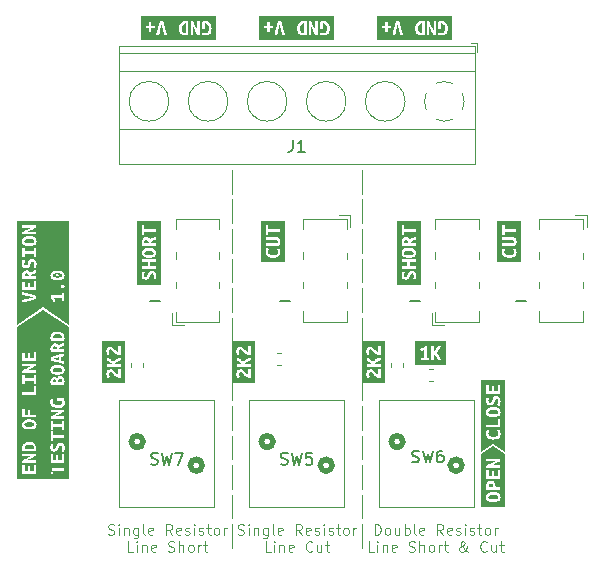
<source format=gbr>
%TF.GenerationSoftware,KiCad,Pcbnew,(6.0.4-0)*%
%TF.CreationDate,2023-06-16T16:22:12+02:00*%
%TF.ProjectId,EOL,454f4c2e-6b69-4636-9164-5f7063625858,rev?*%
%TF.SameCoordinates,Original*%
%TF.FileFunction,Legend,Top*%
%TF.FilePolarity,Positive*%
%FSLAX46Y46*%
G04 Gerber Fmt 4.6, Leading zero omitted, Abs format (unit mm)*
G04 Created by KiCad (PCBNEW (6.0.4-0)) date 2023-06-16 16:22:12*
%MOMM*%
%LPD*%
G01*
G04 APERTURE LIST*
%ADD10C,0.120000*%
%ADD11C,0.150000*%
%ADD12C,0.500000*%
G04 APERTURE END LIST*
D10*
X34000000Y-23000000D02*
X34000000Y-25000000D01*
X34000000Y-28000000D02*
X34000000Y-30000000D01*
X34000000Y-30500000D02*
X34000000Y-32500000D01*
X34000000Y-33000000D02*
X34000000Y-35000000D01*
X34000000Y-35500000D02*
X34000000Y-37500000D01*
X34000000Y-38000000D02*
X34000000Y-40000000D01*
X34000000Y-40500000D02*
X34000000Y-42500000D01*
X34000000Y-43000000D02*
X34000000Y-45000000D01*
X34000000Y-45500000D02*
X34000000Y-47500000D01*
X34000000Y-48000000D02*
X34000000Y-50000000D01*
X45000000Y-23000000D02*
X45000000Y-25000000D01*
X45000000Y-38000000D02*
X45000000Y-40000000D01*
X45000000Y-28000000D02*
X45000000Y-30000000D01*
X45000000Y-48000000D02*
X45000000Y-50000000D01*
X45000000Y-40500000D02*
X45000000Y-42500000D01*
X45000000Y-30500000D02*
X45000000Y-32500000D01*
X45000000Y-33000000D02*
X45000000Y-35000000D01*
X45000000Y-43000000D02*
X45000000Y-45000000D01*
X45000000Y-45500000D02*
X45000000Y-47500000D01*
X45000000Y-35500000D02*
X45000000Y-37500000D01*
X34000000Y-50500000D02*
X34000000Y-52500000D01*
X45000000Y-50500000D02*
X45000000Y-52500000D01*
X34000000Y-25500000D02*
X34000000Y-27500000D01*
X34000000Y-53000000D02*
X34000000Y-55000000D01*
X45000000Y-25500000D02*
X45000000Y-27500000D01*
X45000000Y-53000000D02*
X45000000Y-55000000D01*
D11*
X27071428Y-34119047D02*
X27928571Y-34119047D01*
X38071428Y-34119047D02*
X38928571Y-34119047D01*
X49071428Y-34119047D02*
X49928571Y-34119047D01*
X58071428Y-34119047D02*
X58928571Y-34119047D01*
D10*
X34528571Y-53839785D02*
X34657142Y-53882642D01*
X34871428Y-53882642D01*
X34957142Y-53839785D01*
X35000000Y-53796928D01*
X35042857Y-53711214D01*
X35042857Y-53625500D01*
X35000000Y-53539785D01*
X34957142Y-53496928D01*
X34871428Y-53454071D01*
X34700000Y-53411214D01*
X34614285Y-53368357D01*
X34571428Y-53325500D01*
X34528571Y-53239785D01*
X34528571Y-53154071D01*
X34571428Y-53068357D01*
X34614285Y-53025500D01*
X34700000Y-52982642D01*
X34914285Y-52982642D01*
X35042857Y-53025500D01*
X35428571Y-53882642D02*
X35428571Y-53282642D01*
X35428571Y-52982642D02*
X35385714Y-53025500D01*
X35428571Y-53068357D01*
X35471428Y-53025500D01*
X35428571Y-52982642D01*
X35428571Y-53068357D01*
X35857142Y-53282642D02*
X35857142Y-53882642D01*
X35857142Y-53368357D02*
X35900000Y-53325500D01*
X35985714Y-53282642D01*
X36114285Y-53282642D01*
X36200000Y-53325500D01*
X36242857Y-53411214D01*
X36242857Y-53882642D01*
X37057142Y-53282642D02*
X37057142Y-54011214D01*
X37014285Y-54096928D01*
X36971428Y-54139785D01*
X36885714Y-54182642D01*
X36757142Y-54182642D01*
X36671428Y-54139785D01*
X37057142Y-53839785D02*
X36971428Y-53882642D01*
X36800000Y-53882642D01*
X36714285Y-53839785D01*
X36671428Y-53796928D01*
X36628571Y-53711214D01*
X36628571Y-53454071D01*
X36671428Y-53368357D01*
X36714285Y-53325500D01*
X36800000Y-53282642D01*
X36971428Y-53282642D01*
X37057142Y-53325500D01*
X37614285Y-53882642D02*
X37528571Y-53839785D01*
X37485714Y-53754071D01*
X37485714Y-52982642D01*
X38300000Y-53839785D02*
X38214285Y-53882642D01*
X38042857Y-53882642D01*
X37957142Y-53839785D01*
X37914285Y-53754071D01*
X37914285Y-53411214D01*
X37957142Y-53325500D01*
X38042857Y-53282642D01*
X38214285Y-53282642D01*
X38300000Y-53325500D01*
X38342857Y-53411214D01*
X38342857Y-53496928D01*
X37914285Y-53582642D01*
X39928571Y-53882642D02*
X39628571Y-53454071D01*
X39414285Y-53882642D02*
X39414285Y-52982642D01*
X39757142Y-52982642D01*
X39842857Y-53025500D01*
X39885714Y-53068357D01*
X39928571Y-53154071D01*
X39928571Y-53282642D01*
X39885714Y-53368357D01*
X39842857Y-53411214D01*
X39757142Y-53454071D01*
X39414285Y-53454071D01*
X40657142Y-53839785D02*
X40571428Y-53882642D01*
X40400000Y-53882642D01*
X40314285Y-53839785D01*
X40271428Y-53754071D01*
X40271428Y-53411214D01*
X40314285Y-53325500D01*
X40400000Y-53282642D01*
X40571428Y-53282642D01*
X40657142Y-53325500D01*
X40700000Y-53411214D01*
X40700000Y-53496928D01*
X40271428Y-53582642D01*
X41042857Y-53839785D02*
X41128571Y-53882642D01*
X41300000Y-53882642D01*
X41385714Y-53839785D01*
X41428571Y-53754071D01*
X41428571Y-53711214D01*
X41385714Y-53625500D01*
X41300000Y-53582642D01*
X41171428Y-53582642D01*
X41085714Y-53539785D01*
X41042857Y-53454071D01*
X41042857Y-53411214D01*
X41085714Y-53325500D01*
X41171428Y-53282642D01*
X41300000Y-53282642D01*
X41385714Y-53325500D01*
X41814285Y-53882642D02*
X41814285Y-53282642D01*
X41814285Y-52982642D02*
X41771428Y-53025500D01*
X41814285Y-53068357D01*
X41857142Y-53025500D01*
X41814285Y-52982642D01*
X41814285Y-53068357D01*
X42200000Y-53839785D02*
X42285714Y-53882642D01*
X42457142Y-53882642D01*
X42542857Y-53839785D01*
X42585714Y-53754071D01*
X42585714Y-53711214D01*
X42542857Y-53625500D01*
X42457142Y-53582642D01*
X42328571Y-53582642D01*
X42242857Y-53539785D01*
X42200000Y-53454071D01*
X42200000Y-53411214D01*
X42242857Y-53325500D01*
X42328571Y-53282642D01*
X42457142Y-53282642D01*
X42542857Y-53325500D01*
X42842857Y-53282642D02*
X43185714Y-53282642D01*
X42971428Y-52982642D02*
X42971428Y-53754071D01*
X43014285Y-53839785D01*
X43100000Y-53882642D01*
X43185714Y-53882642D01*
X43614285Y-53882642D02*
X43528571Y-53839785D01*
X43485714Y-53796928D01*
X43442857Y-53711214D01*
X43442857Y-53454071D01*
X43485714Y-53368357D01*
X43528571Y-53325500D01*
X43614285Y-53282642D01*
X43742857Y-53282642D01*
X43828571Y-53325500D01*
X43871428Y-53368357D01*
X43914285Y-53454071D01*
X43914285Y-53711214D01*
X43871428Y-53796928D01*
X43828571Y-53839785D01*
X43742857Y-53882642D01*
X43614285Y-53882642D01*
X44300000Y-53882642D02*
X44300000Y-53282642D01*
X44300000Y-53454071D02*
X44342857Y-53368357D01*
X44385714Y-53325500D01*
X44471428Y-53282642D01*
X44557142Y-53282642D01*
X37314285Y-55331642D02*
X36885714Y-55331642D01*
X36885714Y-54431642D01*
X37614285Y-55331642D02*
X37614285Y-54731642D01*
X37614285Y-54431642D02*
X37571428Y-54474500D01*
X37614285Y-54517357D01*
X37657142Y-54474500D01*
X37614285Y-54431642D01*
X37614285Y-54517357D01*
X38042857Y-54731642D02*
X38042857Y-55331642D01*
X38042857Y-54817357D02*
X38085714Y-54774500D01*
X38171428Y-54731642D01*
X38300000Y-54731642D01*
X38385714Y-54774500D01*
X38428571Y-54860214D01*
X38428571Y-55331642D01*
X39200000Y-55288785D02*
X39114285Y-55331642D01*
X38942857Y-55331642D01*
X38857142Y-55288785D01*
X38814285Y-55203071D01*
X38814285Y-54860214D01*
X38857142Y-54774500D01*
X38942857Y-54731642D01*
X39114285Y-54731642D01*
X39200000Y-54774500D01*
X39242857Y-54860214D01*
X39242857Y-54945928D01*
X38814285Y-55031642D01*
X40828571Y-55245928D02*
X40785714Y-55288785D01*
X40657142Y-55331642D01*
X40571428Y-55331642D01*
X40442857Y-55288785D01*
X40357142Y-55203071D01*
X40314285Y-55117357D01*
X40271428Y-54945928D01*
X40271428Y-54817357D01*
X40314285Y-54645928D01*
X40357142Y-54560214D01*
X40442857Y-54474500D01*
X40571428Y-54431642D01*
X40657142Y-54431642D01*
X40785714Y-54474500D01*
X40828571Y-54517357D01*
X41600000Y-54731642D02*
X41600000Y-55331642D01*
X41214285Y-54731642D02*
X41214285Y-55203071D01*
X41257142Y-55288785D01*
X41342857Y-55331642D01*
X41471428Y-55331642D01*
X41557142Y-55288785D01*
X41600000Y-55245928D01*
X41900000Y-54731642D02*
X42242857Y-54731642D01*
X42028571Y-54431642D02*
X42028571Y-55203071D01*
X42071428Y-55288785D01*
X42157142Y-55331642D01*
X42242857Y-55331642D01*
X46107142Y-53882642D02*
X46107142Y-52982642D01*
X46321428Y-52982642D01*
X46450000Y-53025500D01*
X46535714Y-53111214D01*
X46578571Y-53196928D01*
X46621428Y-53368357D01*
X46621428Y-53496928D01*
X46578571Y-53668357D01*
X46535714Y-53754071D01*
X46450000Y-53839785D01*
X46321428Y-53882642D01*
X46107142Y-53882642D01*
X47135714Y-53882642D02*
X47050000Y-53839785D01*
X47007142Y-53796928D01*
X46964285Y-53711214D01*
X46964285Y-53454071D01*
X47007142Y-53368357D01*
X47050000Y-53325500D01*
X47135714Y-53282642D01*
X47264285Y-53282642D01*
X47350000Y-53325500D01*
X47392857Y-53368357D01*
X47435714Y-53454071D01*
X47435714Y-53711214D01*
X47392857Y-53796928D01*
X47350000Y-53839785D01*
X47264285Y-53882642D01*
X47135714Y-53882642D01*
X48207142Y-53282642D02*
X48207142Y-53882642D01*
X47821428Y-53282642D02*
X47821428Y-53754071D01*
X47864285Y-53839785D01*
X47950000Y-53882642D01*
X48078571Y-53882642D01*
X48164285Y-53839785D01*
X48207142Y-53796928D01*
X48635714Y-53882642D02*
X48635714Y-52982642D01*
X48635714Y-53325500D02*
X48721428Y-53282642D01*
X48892857Y-53282642D01*
X48978571Y-53325500D01*
X49021428Y-53368357D01*
X49064285Y-53454071D01*
X49064285Y-53711214D01*
X49021428Y-53796928D01*
X48978571Y-53839785D01*
X48892857Y-53882642D01*
X48721428Y-53882642D01*
X48635714Y-53839785D01*
X49578571Y-53882642D02*
X49492857Y-53839785D01*
X49450000Y-53754071D01*
X49450000Y-52982642D01*
X50264285Y-53839785D02*
X50178571Y-53882642D01*
X50007142Y-53882642D01*
X49921428Y-53839785D01*
X49878571Y-53754071D01*
X49878571Y-53411214D01*
X49921428Y-53325500D01*
X50007142Y-53282642D01*
X50178571Y-53282642D01*
X50264285Y-53325500D01*
X50307142Y-53411214D01*
X50307142Y-53496928D01*
X49878571Y-53582642D01*
X51892857Y-53882642D02*
X51592857Y-53454071D01*
X51378571Y-53882642D02*
X51378571Y-52982642D01*
X51721428Y-52982642D01*
X51807142Y-53025500D01*
X51850000Y-53068357D01*
X51892857Y-53154071D01*
X51892857Y-53282642D01*
X51850000Y-53368357D01*
X51807142Y-53411214D01*
X51721428Y-53454071D01*
X51378571Y-53454071D01*
X52621428Y-53839785D02*
X52535714Y-53882642D01*
X52364285Y-53882642D01*
X52278571Y-53839785D01*
X52235714Y-53754071D01*
X52235714Y-53411214D01*
X52278571Y-53325500D01*
X52364285Y-53282642D01*
X52535714Y-53282642D01*
X52621428Y-53325500D01*
X52664285Y-53411214D01*
X52664285Y-53496928D01*
X52235714Y-53582642D01*
X53007142Y-53839785D02*
X53092857Y-53882642D01*
X53264285Y-53882642D01*
X53350000Y-53839785D01*
X53392857Y-53754071D01*
X53392857Y-53711214D01*
X53350000Y-53625500D01*
X53264285Y-53582642D01*
X53135714Y-53582642D01*
X53050000Y-53539785D01*
X53007142Y-53454071D01*
X53007142Y-53411214D01*
X53050000Y-53325500D01*
X53135714Y-53282642D01*
X53264285Y-53282642D01*
X53350000Y-53325500D01*
X53778571Y-53882642D02*
X53778571Y-53282642D01*
X53778571Y-52982642D02*
X53735714Y-53025500D01*
X53778571Y-53068357D01*
X53821428Y-53025500D01*
X53778571Y-52982642D01*
X53778571Y-53068357D01*
X54164285Y-53839785D02*
X54250000Y-53882642D01*
X54421428Y-53882642D01*
X54507142Y-53839785D01*
X54550000Y-53754071D01*
X54550000Y-53711214D01*
X54507142Y-53625500D01*
X54421428Y-53582642D01*
X54292857Y-53582642D01*
X54207142Y-53539785D01*
X54164285Y-53454071D01*
X54164285Y-53411214D01*
X54207142Y-53325500D01*
X54292857Y-53282642D01*
X54421428Y-53282642D01*
X54507142Y-53325500D01*
X54807142Y-53282642D02*
X55150000Y-53282642D01*
X54935714Y-52982642D02*
X54935714Y-53754071D01*
X54978571Y-53839785D01*
X55064285Y-53882642D01*
X55150000Y-53882642D01*
X55578571Y-53882642D02*
X55492857Y-53839785D01*
X55450000Y-53796928D01*
X55407142Y-53711214D01*
X55407142Y-53454071D01*
X55450000Y-53368357D01*
X55492857Y-53325500D01*
X55578571Y-53282642D01*
X55707142Y-53282642D01*
X55792857Y-53325500D01*
X55835714Y-53368357D01*
X55878571Y-53454071D01*
X55878571Y-53711214D01*
X55835714Y-53796928D01*
X55792857Y-53839785D01*
X55707142Y-53882642D01*
X55578571Y-53882642D01*
X56264285Y-53882642D02*
X56264285Y-53282642D01*
X56264285Y-53454071D02*
X56307142Y-53368357D01*
X56350000Y-53325500D01*
X56435714Y-53282642D01*
X56521428Y-53282642D01*
X46042857Y-55331642D02*
X45614285Y-55331642D01*
X45614285Y-54431642D01*
X46342857Y-55331642D02*
X46342857Y-54731642D01*
X46342857Y-54431642D02*
X46300000Y-54474500D01*
X46342857Y-54517357D01*
X46385714Y-54474500D01*
X46342857Y-54431642D01*
X46342857Y-54517357D01*
X46771428Y-54731642D02*
X46771428Y-55331642D01*
X46771428Y-54817357D02*
X46814285Y-54774500D01*
X46900000Y-54731642D01*
X47028571Y-54731642D01*
X47114285Y-54774500D01*
X47157142Y-54860214D01*
X47157142Y-55331642D01*
X47928571Y-55288785D02*
X47842857Y-55331642D01*
X47671428Y-55331642D01*
X47585714Y-55288785D01*
X47542857Y-55203071D01*
X47542857Y-54860214D01*
X47585714Y-54774500D01*
X47671428Y-54731642D01*
X47842857Y-54731642D01*
X47928571Y-54774500D01*
X47971428Y-54860214D01*
X47971428Y-54945928D01*
X47542857Y-55031642D01*
X49000000Y-55288785D02*
X49128571Y-55331642D01*
X49342857Y-55331642D01*
X49428571Y-55288785D01*
X49471428Y-55245928D01*
X49514285Y-55160214D01*
X49514285Y-55074500D01*
X49471428Y-54988785D01*
X49428571Y-54945928D01*
X49342857Y-54903071D01*
X49171428Y-54860214D01*
X49085714Y-54817357D01*
X49042857Y-54774500D01*
X49000000Y-54688785D01*
X49000000Y-54603071D01*
X49042857Y-54517357D01*
X49085714Y-54474500D01*
X49171428Y-54431642D01*
X49385714Y-54431642D01*
X49514285Y-54474500D01*
X49900000Y-55331642D02*
X49900000Y-54431642D01*
X50285714Y-55331642D02*
X50285714Y-54860214D01*
X50242857Y-54774500D01*
X50157142Y-54731642D01*
X50028571Y-54731642D01*
X49942857Y-54774500D01*
X49900000Y-54817357D01*
X50842857Y-55331642D02*
X50757142Y-55288785D01*
X50714285Y-55245928D01*
X50671428Y-55160214D01*
X50671428Y-54903071D01*
X50714285Y-54817357D01*
X50757142Y-54774500D01*
X50842857Y-54731642D01*
X50971428Y-54731642D01*
X51057142Y-54774500D01*
X51100000Y-54817357D01*
X51142857Y-54903071D01*
X51142857Y-55160214D01*
X51100000Y-55245928D01*
X51057142Y-55288785D01*
X50971428Y-55331642D01*
X50842857Y-55331642D01*
X51528571Y-55331642D02*
X51528571Y-54731642D01*
X51528571Y-54903071D02*
X51571428Y-54817357D01*
X51614285Y-54774500D01*
X51700000Y-54731642D01*
X51785714Y-54731642D01*
X51957142Y-54731642D02*
X52300000Y-54731642D01*
X52085714Y-54431642D02*
X52085714Y-55203071D01*
X52128571Y-55288785D01*
X52214285Y-55331642D01*
X52300000Y-55331642D01*
X54014285Y-55331642D02*
X53971428Y-55331642D01*
X53885714Y-55288785D01*
X53757142Y-55160214D01*
X53542857Y-54903071D01*
X53457142Y-54774500D01*
X53414285Y-54645928D01*
X53414285Y-54560214D01*
X53457142Y-54474500D01*
X53542857Y-54431642D01*
X53585714Y-54431642D01*
X53671428Y-54474500D01*
X53714285Y-54560214D01*
X53714285Y-54603071D01*
X53671428Y-54688785D01*
X53628571Y-54731642D01*
X53371428Y-54903071D01*
X53328571Y-54945928D01*
X53285714Y-55031642D01*
X53285714Y-55160214D01*
X53328571Y-55245928D01*
X53371428Y-55288785D01*
X53457142Y-55331642D01*
X53585714Y-55331642D01*
X53671428Y-55288785D01*
X53714285Y-55245928D01*
X53842857Y-55074500D01*
X53885714Y-54945928D01*
X53885714Y-54860214D01*
X55600000Y-55245928D02*
X55557142Y-55288785D01*
X55428571Y-55331642D01*
X55342857Y-55331642D01*
X55214285Y-55288785D01*
X55128571Y-55203071D01*
X55085714Y-55117357D01*
X55042857Y-54945928D01*
X55042857Y-54817357D01*
X55085714Y-54645928D01*
X55128571Y-54560214D01*
X55214285Y-54474500D01*
X55342857Y-54431642D01*
X55428571Y-54431642D01*
X55557142Y-54474500D01*
X55600000Y-54517357D01*
X56371428Y-54731642D02*
X56371428Y-55331642D01*
X55985714Y-54731642D02*
X55985714Y-55203071D01*
X56028571Y-55288785D01*
X56114285Y-55331642D01*
X56242857Y-55331642D01*
X56328571Y-55288785D01*
X56371428Y-55245928D01*
X56671428Y-54731642D02*
X57014285Y-54731642D01*
X56800000Y-54431642D02*
X56800000Y-55203071D01*
X56842857Y-55288785D01*
X56928571Y-55331642D01*
X57014285Y-55331642D01*
X23552743Y-53839785D02*
X23681314Y-53882642D01*
X23895600Y-53882642D01*
X23981314Y-53839785D01*
X24024172Y-53796928D01*
X24067029Y-53711214D01*
X24067029Y-53625500D01*
X24024172Y-53539785D01*
X23981314Y-53496928D01*
X23895600Y-53454071D01*
X23724172Y-53411214D01*
X23638457Y-53368357D01*
X23595600Y-53325500D01*
X23552743Y-53239785D01*
X23552743Y-53154071D01*
X23595600Y-53068357D01*
X23638457Y-53025500D01*
X23724172Y-52982642D01*
X23938457Y-52982642D01*
X24067029Y-53025500D01*
X24452743Y-53882642D02*
X24452743Y-53282642D01*
X24452743Y-52982642D02*
X24409886Y-53025500D01*
X24452743Y-53068357D01*
X24495600Y-53025500D01*
X24452743Y-52982642D01*
X24452743Y-53068357D01*
X24881314Y-53282642D02*
X24881314Y-53882642D01*
X24881314Y-53368357D02*
X24924172Y-53325500D01*
X25009886Y-53282642D01*
X25138457Y-53282642D01*
X25224172Y-53325500D01*
X25267029Y-53411214D01*
X25267029Y-53882642D01*
X26081314Y-53282642D02*
X26081314Y-54011214D01*
X26038457Y-54096928D01*
X25995600Y-54139785D01*
X25909886Y-54182642D01*
X25781314Y-54182642D01*
X25695600Y-54139785D01*
X26081314Y-53839785D02*
X25995600Y-53882642D01*
X25824172Y-53882642D01*
X25738457Y-53839785D01*
X25695600Y-53796928D01*
X25652743Y-53711214D01*
X25652743Y-53454071D01*
X25695600Y-53368357D01*
X25738457Y-53325500D01*
X25824172Y-53282642D01*
X25995600Y-53282642D01*
X26081314Y-53325500D01*
X26638457Y-53882642D02*
X26552743Y-53839785D01*
X26509886Y-53754071D01*
X26509886Y-52982642D01*
X27324172Y-53839785D02*
X27238457Y-53882642D01*
X27067029Y-53882642D01*
X26981314Y-53839785D01*
X26938457Y-53754071D01*
X26938457Y-53411214D01*
X26981314Y-53325500D01*
X27067029Y-53282642D01*
X27238457Y-53282642D01*
X27324172Y-53325500D01*
X27367029Y-53411214D01*
X27367029Y-53496928D01*
X26938457Y-53582642D01*
X28952743Y-53882642D02*
X28652743Y-53454071D01*
X28438457Y-53882642D02*
X28438457Y-52982642D01*
X28781314Y-52982642D01*
X28867029Y-53025500D01*
X28909886Y-53068357D01*
X28952743Y-53154071D01*
X28952743Y-53282642D01*
X28909886Y-53368357D01*
X28867029Y-53411214D01*
X28781314Y-53454071D01*
X28438457Y-53454071D01*
X29681314Y-53839785D02*
X29595600Y-53882642D01*
X29424172Y-53882642D01*
X29338457Y-53839785D01*
X29295600Y-53754071D01*
X29295600Y-53411214D01*
X29338457Y-53325500D01*
X29424172Y-53282642D01*
X29595600Y-53282642D01*
X29681314Y-53325500D01*
X29724172Y-53411214D01*
X29724172Y-53496928D01*
X29295600Y-53582642D01*
X30067029Y-53839785D02*
X30152743Y-53882642D01*
X30324172Y-53882642D01*
X30409886Y-53839785D01*
X30452743Y-53754071D01*
X30452743Y-53711214D01*
X30409886Y-53625500D01*
X30324172Y-53582642D01*
X30195600Y-53582642D01*
X30109886Y-53539785D01*
X30067029Y-53454071D01*
X30067029Y-53411214D01*
X30109886Y-53325500D01*
X30195600Y-53282642D01*
X30324172Y-53282642D01*
X30409886Y-53325500D01*
X30838457Y-53882642D02*
X30838457Y-53282642D01*
X30838457Y-52982642D02*
X30795600Y-53025500D01*
X30838457Y-53068357D01*
X30881314Y-53025500D01*
X30838457Y-52982642D01*
X30838457Y-53068357D01*
X31224172Y-53839785D02*
X31309886Y-53882642D01*
X31481314Y-53882642D01*
X31567029Y-53839785D01*
X31609886Y-53754071D01*
X31609886Y-53711214D01*
X31567029Y-53625500D01*
X31481314Y-53582642D01*
X31352743Y-53582642D01*
X31267029Y-53539785D01*
X31224172Y-53454071D01*
X31224172Y-53411214D01*
X31267029Y-53325500D01*
X31352743Y-53282642D01*
X31481314Y-53282642D01*
X31567029Y-53325500D01*
X31867029Y-53282642D02*
X32209886Y-53282642D01*
X31995600Y-52982642D02*
X31995600Y-53754071D01*
X32038457Y-53839785D01*
X32124172Y-53882642D01*
X32209886Y-53882642D01*
X32638457Y-53882642D02*
X32552743Y-53839785D01*
X32509886Y-53796928D01*
X32467029Y-53711214D01*
X32467029Y-53454071D01*
X32509886Y-53368357D01*
X32552743Y-53325500D01*
X32638457Y-53282642D01*
X32767029Y-53282642D01*
X32852743Y-53325500D01*
X32895600Y-53368357D01*
X32938457Y-53454071D01*
X32938457Y-53711214D01*
X32895600Y-53796928D01*
X32852743Y-53839785D01*
X32767029Y-53882642D01*
X32638457Y-53882642D01*
X33324172Y-53882642D02*
X33324172Y-53282642D01*
X33324172Y-53454071D02*
X33367029Y-53368357D01*
X33409886Y-53325500D01*
X33495600Y-53282642D01*
X33581314Y-53282642D01*
X25674172Y-55331642D02*
X25245600Y-55331642D01*
X25245600Y-54431642D01*
X25974172Y-55331642D02*
X25974172Y-54731642D01*
X25974172Y-54431642D02*
X25931314Y-54474500D01*
X25974172Y-54517357D01*
X26017029Y-54474500D01*
X25974172Y-54431642D01*
X25974172Y-54517357D01*
X26402743Y-54731642D02*
X26402743Y-55331642D01*
X26402743Y-54817357D02*
X26445600Y-54774500D01*
X26531314Y-54731642D01*
X26659886Y-54731642D01*
X26745600Y-54774500D01*
X26788457Y-54860214D01*
X26788457Y-55331642D01*
X27559886Y-55288785D02*
X27474172Y-55331642D01*
X27302743Y-55331642D01*
X27217029Y-55288785D01*
X27174172Y-55203071D01*
X27174172Y-54860214D01*
X27217029Y-54774500D01*
X27302743Y-54731642D01*
X27474172Y-54731642D01*
X27559886Y-54774500D01*
X27602743Y-54860214D01*
X27602743Y-54945928D01*
X27174172Y-55031642D01*
X28631314Y-55288785D02*
X28759886Y-55331642D01*
X28974172Y-55331642D01*
X29059886Y-55288785D01*
X29102743Y-55245928D01*
X29145600Y-55160214D01*
X29145600Y-55074500D01*
X29102743Y-54988785D01*
X29059886Y-54945928D01*
X28974172Y-54903071D01*
X28802743Y-54860214D01*
X28717029Y-54817357D01*
X28674172Y-54774500D01*
X28631314Y-54688785D01*
X28631314Y-54603071D01*
X28674172Y-54517357D01*
X28717029Y-54474500D01*
X28802743Y-54431642D01*
X29017029Y-54431642D01*
X29145600Y-54474500D01*
X29531314Y-55331642D02*
X29531314Y-54431642D01*
X29917029Y-55331642D02*
X29917029Y-54860214D01*
X29874172Y-54774500D01*
X29788457Y-54731642D01*
X29659886Y-54731642D01*
X29574172Y-54774500D01*
X29531314Y-54817357D01*
X30474172Y-55331642D02*
X30388457Y-55288785D01*
X30345600Y-55245928D01*
X30302743Y-55160214D01*
X30302743Y-54903071D01*
X30345600Y-54817357D01*
X30388457Y-54774500D01*
X30474172Y-54731642D01*
X30602743Y-54731642D01*
X30688457Y-54774500D01*
X30731314Y-54817357D01*
X30774172Y-54903071D01*
X30774172Y-55160214D01*
X30731314Y-55245928D01*
X30688457Y-55288785D01*
X30602743Y-55331642D01*
X30474172Y-55331642D01*
X31159886Y-55331642D02*
X31159886Y-54731642D01*
X31159886Y-54903071D02*
X31202743Y-54817357D01*
X31245600Y-54774500D01*
X31331314Y-54731642D01*
X31417029Y-54731642D01*
X31588457Y-54731642D02*
X31931314Y-54731642D01*
X31717029Y-54431642D02*
X31717029Y-55203071D01*
X31759886Y-55288785D01*
X31845600Y-55331642D01*
X31931314Y-55331642D01*
D11*
%TO.C,SW5*%
X38166666Y-47904761D02*
X38309523Y-47952380D01*
X38547619Y-47952380D01*
X38642857Y-47904761D01*
X38690476Y-47857142D01*
X38738095Y-47761904D01*
X38738095Y-47666666D01*
X38690476Y-47571428D01*
X38642857Y-47523809D01*
X38547619Y-47476190D01*
X38357142Y-47428571D01*
X38261904Y-47380952D01*
X38214285Y-47333333D01*
X38166666Y-47238095D01*
X38166666Y-47142857D01*
X38214285Y-47047619D01*
X38261904Y-47000000D01*
X38357142Y-46952380D01*
X38595238Y-46952380D01*
X38738095Y-47000000D01*
X39071428Y-46952380D02*
X39309523Y-47952380D01*
X39500000Y-47238095D01*
X39690476Y-47952380D01*
X39928571Y-46952380D01*
X40785714Y-46952380D02*
X40309523Y-46952380D01*
X40261904Y-47428571D01*
X40309523Y-47380952D01*
X40404761Y-47333333D01*
X40642857Y-47333333D01*
X40738095Y-47380952D01*
X40785714Y-47428571D01*
X40833333Y-47523809D01*
X40833333Y-47761904D01*
X40785714Y-47857142D01*
X40738095Y-47904761D01*
X40642857Y-47952380D01*
X40404761Y-47952380D01*
X40309523Y-47904761D01*
X40261904Y-47857142D01*
%TO.C,SW6*%
X49271666Y-47719761D02*
X49414523Y-47767380D01*
X49652619Y-47767380D01*
X49747857Y-47719761D01*
X49795476Y-47672142D01*
X49843095Y-47576904D01*
X49843095Y-47481666D01*
X49795476Y-47386428D01*
X49747857Y-47338809D01*
X49652619Y-47291190D01*
X49462142Y-47243571D01*
X49366904Y-47195952D01*
X49319285Y-47148333D01*
X49271666Y-47053095D01*
X49271666Y-46957857D01*
X49319285Y-46862619D01*
X49366904Y-46815000D01*
X49462142Y-46767380D01*
X49700238Y-46767380D01*
X49843095Y-46815000D01*
X50176428Y-46767380D02*
X50414523Y-47767380D01*
X50605000Y-47053095D01*
X50795476Y-47767380D01*
X51033571Y-46767380D01*
X51843095Y-46767380D02*
X51652619Y-46767380D01*
X51557380Y-46815000D01*
X51509761Y-46862619D01*
X51414523Y-47005476D01*
X51366904Y-47195952D01*
X51366904Y-47576904D01*
X51414523Y-47672142D01*
X51462142Y-47719761D01*
X51557380Y-47767380D01*
X51747857Y-47767380D01*
X51843095Y-47719761D01*
X51890714Y-47672142D01*
X51938333Y-47576904D01*
X51938333Y-47338809D01*
X51890714Y-47243571D01*
X51843095Y-47195952D01*
X51747857Y-47148333D01*
X51557380Y-47148333D01*
X51462142Y-47195952D01*
X51414523Y-47243571D01*
X51366904Y-47338809D01*
%TO.C,SW7*%
X27166666Y-47904761D02*
X27309523Y-47952380D01*
X27547619Y-47952380D01*
X27642857Y-47904761D01*
X27690476Y-47857142D01*
X27738095Y-47761904D01*
X27738095Y-47666666D01*
X27690476Y-47571428D01*
X27642857Y-47523809D01*
X27547619Y-47476190D01*
X27357142Y-47428571D01*
X27261904Y-47380952D01*
X27214285Y-47333333D01*
X27166666Y-47238095D01*
X27166666Y-47142857D01*
X27214285Y-47047619D01*
X27261904Y-47000000D01*
X27357142Y-46952380D01*
X27595238Y-46952380D01*
X27738095Y-47000000D01*
X28071428Y-46952380D02*
X28309523Y-47952380D01*
X28500000Y-47238095D01*
X28690476Y-47952380D01*
X28928571Y-46952380D01*
X29214285Y-46952380D02*
X29880952Y-46952380D01*
X29452380Y-47952380D01*
%TO.C,J1*%
X39166666Y-20452380D02*
X39166666Y-21166666D01*
X39119047Y-21309523D01*
X39023809Y-21404761D01*
X38880952Y-21452380D01*
X38785714Y-21452380D01*
X40166666Y-21452380D02*
X39595238Y-21452380D01*
X39880952Y-21452380D02*
X39880952Y-20452380D01*
X39785714Y-20595238D01*
X39690476Y-20690476D01*
X39595238Y-20738095D01*
D10*
%TO.C,R1*%
X38171267Y-38490000D02*
X37828733Y-38490000D01*
X38171267Y-39510000D02*
X37828733Y-39510000D01*
%TO.C,R2*%
X48510000Y-39671267D02*
X48510000Y-39328733D01*
X47490000Y-39671267D02*
X47490000Y-39328733D01*
%TO.C,R3*%
X26510000Y-39671267D02*
X26510000Y-39328733D01*
X25490000Y-39671267D02*
X25490000Y-39328733D01*
%TO.C,R4*%
X51021267Y-40910000D02*
X50678733Y-40910000D01*
X51021267Y-39890000D02*
X50678733Y-39890000D01*
%TO.C,SW1*%
X43750000Y-35850000D02*
X40050000Y-35850000D01*
X40050000Y-27150000D02*
X43750000Y-27150000D01*
X40050000Y-28030000D02*
X40050000Y-27150000D01*
X43750000Y-27150000D02*
X43750000Y-28000000D01*
X40050000Y-33020000D02*
X40050000Y-32470000D01*
X43750000Y-30000000D02*
X43750000Y-30530000D01*
X43750000Y-34970000D02*
X43750000Y-35850000D01*
X44050000Y-26850000D02*
X44050000Y-27850000D01*
X43750000Y-32470000D02*
X43750000Y-33030000D01*
X43050000Y-26850000D02*
X44050000Y-26850000D01*
X40050000Y-30530000D02*
X40050000Y-29970000D01*
X40050000Y-35850000D02*
X40050000Y-34980000D01*
%TO.C,SW2*%
X51250000Y-35850000D02*
X51250000Y-35000000D01*
X51250000Y-33000000D02*
X51250000Y-32470000D01*
X51250000Y-30530000D02*
X51250000Y-29970000D01*
X54950000Y-35850000D02*
X51250000Y-35850000D01*
X54950000Y-32470000D02*
X54950000Y-33030000D01*
X54950000Y-34970000D02*
X54950000Y-35850000D01*
X51950000Y-36150000D02*
X50950000Y-36150000D01*
X54950000Y-27150000D02*
X54950000Y-28020000D01*
X54950000Y-29980000D02*
X54950000Y-30530000D01*
X51250000Y-27150000D02*
X54950000Y-27150000D01*
X50950000Y-36150000D02*
X50950000Y-35150000D01*
X51250000Y-28030000D02*
X51250000Y-27150000D01*
%TO.C,SW3*%
X29250000Y-35850000D02*
X29250000Y-35000000D01*
X32950000Y-35850000D02*
X29250000Y-35850000D01*
X32950000Y-27150000D02*
X32950000Y-28020000D01*
X28950000Y-36150000D02*
X28950000Y-35150000D01*
X29250000Y-27150000D02*
X32950000Y-27150000D01*
X32950000Y-34970000D02*
X32950000Y-35850000D01*
X29950000Y-36150000D02*
X28950000Y-36150000D01*
X29250000Y-33000000D02*
X29250000Y-32470000D01*
X32950000Y-32470000D02*
X32950000Y-33030000D01*
X32950000Y-29980000D02*
X32950000Y-30530000D01*
X29250000Y-28030000D02*
X29250000Y-27150000D01*
X29250000Y-30530000D02*
X29250000Y-29970000D01*
%TO.C,SW4*%
X60050000Y-35850000D02*
X60050000Y-34980000D01*
X64050000Y-26850000D02*
X64050000Y-27850000D01*
X60050000Y-33020000D02*
X60050000Y-32470000D01*
X63750000Y-35850000D02*
X60050000Y-35850000D01*
X60050000Y-28030000D02*
X60050000Y-27150000D01*
X63750000Y-30000000D02*
X63750000Y-30530000D01*
X63750000Y-34970000D02*
X63750000Y-35850000D01*
X63050000Y-26850000D02*
X64050000Y-26850000D01*
X60050000Y-27150000D02*
X63750000Y-27150000D01*
X63750000Y-27150000D02*
X63750000Y-28000000D01*
X63750000Y-32470000D02*
X63750000Y-33030000D01*
X60050000Y-30530000D02*
X60050000Y-29970000D01*
%TO.C,SW5*%
X43500000Y-42500000D02*
X43500000Y-51500000D01*
X35500000Y-51500000D02*
X35500000Y-42500000D01*
X35500000Y-42500000D02*
X43500000Y-42500000D01*
X43500000Y-51500000D02*
X35500000Y-51500000D01*
D12*
X37500000Y-46000000D02*
G75*
G03*
X37500000Y-46000000I-500000J0D01*
G01*
X42500000Y-48000000D02*
G75*
G03*
X42500000Y-48000000I-500000J0D01*
G01*
D10*
%TO.C,SW6*%
X46500000Y-42500000D02*
X54500000Y-42500000D01*
X46500000Y-51500000D02*
X46500000Y-42500000D01*
X54500000Y-51500000D02*
X46500000Y-51500000D01*
X54500000Y-42500000D02*
X54500000Y-51500000D01*
D12*
X53500000Y-48000000D02*
G75*
G03*
X53500000Y-48000000I-500000J0D01*
G01*
X48500000Y-46000000D02*
G75*
G03*
X48500000Y-46000000I-500000J0D01*
G01*
D10*
%TO.C,SW7*%
X32500000Y-42500000D02*
X32500000Y-51500000D01*
X32500000Y-51500000D02*
X24500000Y-51500000D01*
X24500000Y-42500000D02*
X32500000Y-42500000D01*
X24500000Y-51500000D02*
X24500000Y-42500000D01*
D12*
X31500000Y-48000000D02*
G75*
G03*
X31500000Y-48000000I-500000J0D01*
G01*
X26500000Y-46000000D02*
G75*
G03*
X26500000Y-46000000I-500000J0D01*
G01*
%TO.C,kibuzzard-6481E3F6*%
G36*
X55137810Y-51519739D02*
G01*
X55137810Y-50698049D01*
X55534685Y-50698049D01*
X55551936Y-50821663D01*
X55603688Y-50925803D01*
X55689942Y-51010469D01*
X55776918Y-51059642D01*
X55882586Y-51094765D01*
X56006946Y-51115839D01*
X56150000Y-51122864D01*
X56293054Y-51116018D01*
X56417414Y-51095480D01*
X56523082Y-51061249D01*
X56610057Y-51013327D01*
X56696312Y-50929401D01*
X56748064Y-50823673D01*
X56765315Y-50696144D01*
X56748064Y-50571684D01*
X56696312Y-50467544D01*
X56610057Y-50383724D01*
X56523082Y-50335385D01*
X56417414Y-50300857D01*
X56293054Y-50280140D01*
X56150000Y-50273234D01*
X56006946Y-50280021D01*
X55882586Y-50300380D01*
X55776918Y-50334313D01*
X55689942Y-50381819D01*
X55603688Y-50465216D01*
X55551936Y-50570626D01*
X55534685Y-50698049D01*
X55137810Y-50698049D01*
X55137810Y-49795079D01*
X55548020Y-49795079D01*
X55549925Y-49869374D01*
X55554687Y-49955099D01*
X55563260Y-50041777D01*
X55576595Y-50118929D01*
X56740550Y-50118929D01*
X56740550Y-49884614D01*
X56342405Y-49884614D01*
X56342405Y-49800794D01*
X56331927Y-49659930D01*
X56300495Y-49542138D01*
X56248107Y-49447417D01*
X56172225Y-49378096D01*
X56070307Y-49336503D01*
X55942355Y-49322639D01*
X55815672Y-49336398D01*
X55715025Y-49377673D01*
X55640412Y-49446464D01*
X55589083Y-49540233D01*
X55558286Y-49656438D01*
X55548020Y-49795079D01*
X55137810Y-49795079D01*
X55137810Y-49149284D01*
X55561355Y-49149284D01*
X56740550Y-49149284D01*
X56740550Y-48392999D01*
X56546240Y-48392999D01*
X56546240Y-48914969D01*
X56214770Y-48914969D01*
X56214770Y-48497774D01*
X56020460Y-48497774D01*
X56020460Y-48914969D01*
X55755665Y-48914969D01*
X55755665Y-48434909D01*
X55561355Y-48434909D01*
X55561355Y-49149284D01*
X55137810Y-49149284D01*
X55137810Y-48229169D01*
X55561355Y-48229169D01*
X56740550Y-48229169D01*
X56740550Y-48017714D01*
X55957595Y-48017714D01*
X56088299Y-47946912D01*
X56218792Y-47879284D01*
X56349072Y-47814832D01*
X56479353Y-47753554D01*
X56609846Y-47695452D01*
X56740550Y-47640524D01*
X56740550Y-47451929D01*
X55561355Y-47451929D01*
X55561355Y-47663384D01*
X56287160Y-47663384D01*
X56212865Y-47696960D01*
X56127140Y-47736727D01*
X56034271Y-47781494D01*
X55938545Y-47830072D01*
X55841152Y-47881269D01*
X55743282Y-47933894D01*
X55648747Y-47987234D01*
X55561355Y-48040574D01*
X55561355Y-48229169D01*
X55137810Y-48229169D01*
X55137810Y-47055054D01*
X56150000Y-46380261D01*
X57162190Y-47055054D01*
X57162190Y-51519739D01*
X55137810Y-51519739D01*
G37*
G36*
X56033081Y-49576957D02*
G01*
X56093802Y-49619819D01*
X56127378Y-49690780D01*
X56138570Y-49789364D01*
X56138570Y-49884614D01*
X55757570Y-49884614D01*
X55752807Y-49826512D01*
X55751855Y-49768409D01*
X55762571Y-49684351D01*
X55794717Y-49618867D01*
X55852582Y-49576719D01*
X55940450Y-49562669D01*
X56033081Y-49576957D01*
G37*
G36*
X56232867Y-50513026D02*
G01*
X56310020Y-50518027D01*
X56440512Y-50544697D01*
X56529095Y-50601847D01*
X56561480Y-50698049D01*
X56529095Y-50795204D01*
X56441465Y-50851402D01*
X56310972Y-50878072D01*
X56233106Y-50883072D01*
X56150000Y-50884739D01*
X56067132Y-50883072D01*
X55989980Y-50878072D01*
X55859487Y-50851402D01*
X55770905Y-50795204D01*
X55738520Y-50698049D01*
X55770905Y-50600894D01*
X55858535Y-50544697D01*
X55989027Y-50518027D01*
X56066894Y-50513026D01*
X56150000Y-50511359D01*
X56232867Y-50513026D01*
G37*
%TO.C,kibuzzard-6481E55F*%
G36*
X18050000Y-34632642D02*
G01*
X15847368Y-36101063D01*
X15847368Y-34235767D01*
X16270913Y-34235767D01*
X16377593Y-34213859D01*
X16510943Y-34182427D01*
X16610744Y-34157238D01*
X16714566Y-34129933D01*
X16822410Y-34100512D01*
X16932371Y-34069397D01*
X17042544Y-34037012D01*
X17152928Y-34003357D01*
X17310090Y-33953351D01*
X17450108Y-33906202D01*
X17450108Y-33787566D01*
X18669590Y-33787566D01*
X18742787Y-33868271D01*
X18768551Y-33906202D01*
X18810353Y-33967744D01*
X18868535Y-34072847D01*
X18911703Y-34170443D01*
X19103141Y-34095369D01*
X19057158Y-33980882D01*
X18990530Y-33860763D01*
X19639920Y-33860763D01*
X19639920Y-34104754D01*
X19831358Y-34104754D01*
X19831358Y-33399059D01*
X19639920Y-33399059D01*
X19639920Y-33629911D01*
X18669590Y-33629911D01*
X18669590Y-33787566D01*
X17450108Y-33787566D01*
X17450108Y-33664267D01*
X17348614Y-33627860D01*
X17244791Y-33592300D01*
X17138640Y-33557587D01*
X17031960Y-33524249D01*
X16926550Y-33492817D01*
X16822410Y-33463289D01*
X16670725Y-33422808D01*
X16526183Y-33387089D01*
X16391880Y-33356371D01*
X16270913Y-33330892D01*
X16270913Y-33576637D01*
X16369973Y-33593782D01*
X16484273Y-33614737D01*
X16607860Y-33638549D01*
X16734780Y-33664267D01*
X16862415Y-33691889D01*
X16988145Y-33721417D01*
X17106017Y-33751897D01*
X17210078Y-33782377D01*
X17104589Y-33813095D01*
X16986240Y-33844289D01*
X16860510Y-33874769D01*
X16732875Y-33903344D01*
X16606193Y-33929776D01*
X16483320Y-33953827D01*
X16369735Y-33973829D01*
X16270913Y-33988117D01*
X16270913Y-34235767D01*
X15847368Y-34235767D01*
X15847368Y-33188017D01*
X16270913Y-33188017D01*
X17450108Y-33188017D01*
X17450108Y-32851020D01*
X19517924Y-32851020D01*
X19529186Y-32914832D01*
X19561092Y-32968322D01*
X19612705Y-33005859D01*
X19683087Y-33019936D01*
X19755346Y-33005859D01*
X19807897Y-32968322D01*
X19840742Y-32914832D01*
X19852003Y-32851020D01*
X19808836Y-32734655D01*
X19683087Y-32683980D01*
X19561092Y-32734655D01*
X19517924Y-32851020D01*
X17450108Y-32851020D01*
X17450108Y-32431732D01*
X17255798Y-32431732D01*
X17255798Y-32953702D01*
X16924328Y-32953702D01*
X16924328Y-32536507D01*
X16730018Y-32536507D01*
X16730018Y-32953702D01*
X16465223Y-32953702D01*
X16465223Y-32473642D01*
X16270913Y-32473642D01*
X16270913Y-33188017D01*
X15847368Y-33188017D01*
X15847368Y-31947862D01*
X16257578Y-31947862D01*
X16259483Y-32014537D01*
X16264245Y-32094547D01*
X16273770Y-32177414D01*
X16288058Y-32252662D01*
X17450108Y-32252662D01*
X17450108Y-32018347D01*
X17015768Y-32018347D01*
X17015768Y-31914473D01*
X18643314Y-31914473D01*
X18659997Y-32033548D01*
X18710046Y-32133021D01*
X18793461Y-32212891D01*
X18878154Y-32258874D01*
X18982085Y-32291719D01*
X19105253Y-32311426D01*
X19247658Y-32317995D01*
X19391707Y-32311543D01*
X19516048Y-32292188D01*
X19620682Y-32259930D01*
X19705609Y-32214768D01*
X19789025Y-32135524D01*
X19839074Y-32035425D01*
X19855757Y-31914473D01*
X19839074Y-31793520D01*
X19789025Y-31693422D01*
X19705609Y-31614177D01*
X19620682Y-31569016D01*
X19516048Y-31536757D01*
X19391707Y-31517402D01*
X19247658Y-31510951D01*
X19104490Y-31517402D01*
X18980912Y-31536757D01*
X18876922Y-31569016D01*
X18792523Y-31614177D01*
X18709629Y-31693422D01*
X18659892Y-31793520D01*
X18643314Y-31914473D01*
X17015768Y-31914473D01*
X17015768Y-31896427D01*
X17123639Y-31831895D01*
X17230080Y-31771649D01*
X17337951Y-31717119D01*
X17450108Y-31669732D01*
X17450108Y-31423987D01*
X17325330Y-31478279D01*
X17193885Y-31544002D01*
X17068155Y-31614487D01*
X16958618Y-31683067D01*
X16904802Y-31599723D01*
X16830983Y-31544002D01*
X16742400Y-31512569D01*
X16644293Y-31502092D01*
X16551662Y-31509950D01*
X16471890Y-31533524D01*
X16350923Y-31624012D01*
X16309489Y-31688782D01*
X16280438Y-31764982D01*
X16263293Y-31851659D01*
X16257578Y-31947862D01*
X15847368Y-31947862D01*
X15847368Y-30905827D01*
X16244243Y-30905827D01*
X16254615Y-31022561D01*
X16285730Y-31121303D01*
X16337588Y-31202054D01*
X16449030Y-31282779D01*
X16596668Y-31309687D01*
X16736685Y-31279207D01*
X16830983Y-31202054D01*
X16893848Y-31098232D01*
X16937663Y-30987742D01*
X16971000Y-30907732D01*
X17011005Y-30835342D01*
X17061488Y-30782002D01*
X17126258Y-30761047D01*
X17182455Y-30769619D01*
X17231985Y-30801052D01*
X17266275Y-30862964D01*
X17278658Y-30961072D01*
X17271990Y-31056084D01*
X17251988Y-31135379D01*
X17194838Y-31258252D01*
X17385338Y-31326832D01*
X17443440Y-31195387D01*
X17467015Y-31092993D01*
X17474873Y-30961072D01*
X17464819Y-30827404D01*
X17434656Y-30718502D01*
X17384385Y-30634364D01*
X17275086Y-30553640D01*
X17128163Y-30526732D01*
X17039342Y-30534828D01*
X16967190Y-30559117D01*
X16860510Y-30641984D01*
X16791930Y-30752474D01*
X16745258Y-30867727D01*
X16716683Y-30941069D01*
X16681440Y-31007744D01*
X16635720Y-31056322D01*
X16575713Y-31075372D01*
X16500571Y-31054628D01*
X16455486Y-30992398D01*
X16440458Y-30888682D01*
X16459508Y-30754379D01*
X16505228Y-30648652D01*
X16324253Y-30580072D01*
X16269008Y-30716279D01*
X16250434Y-30804147D01*
X16244243Y-30905827D01*
X15847368Y-30905827D01*
X15847368Y-30347662D01*
X16270913Y-30347662D01*
X16465223Y-30347662D01*
X16465223Y-30090487D01*
X17255798Y-30090487D01*
X17255798Y-30347662D01*
X17450108Y-30347662D01*
X17450108Y-29598997D01*
X17255798Y-29598997D01*
X17255798Y-29854267D01*
X16465223Y-29854267D01*
X16465223Y-29598997D01*
X16270913Y-29598997D01*
X16270913Y-30347662D01*
X15847368Y-30347662D01*
X15847368Y-29021782D01*
X16244243Y-29021782D01*
X16261494Y-29145395D01*
X16313246Y-29249535D01*
X16399500Y-29334202D01*
X16486476Y-29383375D01*
X16592144Y-29418498D01*
X16716504Y-29439572D01*
X16859558Y-29446597D01*
X17002612Y-29439751D01*
X17126972Y-29419212D01*
X17232640Y-29384982D01*
X17319615Y-29337059D01*
X17405870Y-29253133D01*
X17457622Y-29147406D01*
X17474873Y-29019877D01*
X17457622Y-28895417D01*
X17405870Y-28791277D01*
X17319615Y-28707457D01*
X17232640Y-28659117D01*
X17126972Y-28624589D01*
X17002612Y-28603872D01*
X16859558Y-28596967D01*
X16716504Y-28603753D01*
X16592144Y-28624113D01*
X16486476Y-28658046D01*
X16399500Y-28705552D01*
X16313246Y-28788948D01*
X16261494Y-28894358D01*
X16244243Y-29021782D01*
X15847368Y-29021782D01*
X15847368Y-28457902D01*
X16270913Y-28457902D01*
X17450108Y-28457902D01*
X17450108Y-28246447D01*
X16667153Y-28246447D01*
X16797857Y-28175644D01*
X16928350Y-28108017D01*
X17058630Y-28043564D01*
X17188911Y-27982287D01*
X17319404Y-27924184D01*
X17450108Y-27869257D01*
X17450108Y-27680662D01*
X16270913Y-27680662D01*
X16270913Y-27892117D01*
X16996718Y-27892117D01*
X16922423Y-27925692D01*
X16836698Y-27965459D01*
X16743829Y-28010227D01*
X16648103Y-28058804D01*
X16550710Y-28110001D01*
X16452840Y-28162627D01*
X16358305Y-28215967D01*
X16270913Y-28269307D01*
X16270913Y-28457902D01*
X15847368Y-28457902D01*
X15847368Y-27283787D01*
X20252632Y-27283787D01*
X20252632Y-36101063D01*
X18050000Y-34632642D01*
G37*
G36*
X19630770Y-31997523D02*
G01*
X19552646Y-32058990D01*
X19424317Y-32096996D01*
X19247658Y-32109665D01*
X19072408Y-32096996D01*
X18944548Y-32058990D01*
X18866424Y-31997523D01*
X18840383Y-31914473D01*
X18840963Y-31912596D01*
X19103141Y-31912596D01*
X19140678Y-31989547D01*
X19228890Y-32017699D01*
X19316163Y-31989547D01*
X19352762Y-31912596D01*
X19316163Y-31838460D01*
X19228890Y-31809369D01*
X19140678Y-31838460D01*
X19103141Y-31912596D01*
X18840963Y-31912596D01*
X18866424Y-31830249D01*
X18944548Y-31769017D01*
X19072408Y-31731715D01*
X19247658Y-31719281D01*
X19424317Y-31731715D01*
X19552646Y-31769017D01*
X19630770Y-31830249D01*
X19656231Y-31912596D01*
X19656811Y-31914473D01*
X19630770Y-31997523D01*
G37*
G36*
X16942425Y-28836759D02*
G01*
X17019578Y-28841759D01*
X17150070Y-28868429D01*
X17238653Y-28925579D01*
X17271038Y-29021782D01*
X17238653Y-29118937D01*
X17151023Y-29175134D01*
X17020530Y-29201804D01*
X16942664Y-29206805D01*
X16859558Y-29208472D01*
X16776690Y-29206805D01*
X16699538Y-29201804D01*
X16569045Y-29175134D01*
X16480463Y-29118937D01*
X16448078Y-29021782D01*
X16480463Y-28924627D01*
X16568093Y-28868429D01*
X16698585Y-28841759D01*
X16776452Y-28836759D01*
X16859558Y-28835092D01*
X16942425Y-28836759D01*
G37*
G36*
X16774785Y-31793557D02*
G01*
X16809790Y-31863566D01*
X16821458Y-31966912D01*
X16821458Y-32018347D01*
X16467128Y-32018347D01*
X16462365Y-31980247D01*
X16461413Y-31947862D01*
X16472367Y-31863566D01*
X16505228Y-31797367D01*
X16561425Y-31754504D01*
X16642388Y-31740217D01*
X16774785Y-31793557D01*
G37*
%TO.C,kibuzzard-6481E2F6*%
G36*
X23000192Y-41010471D02*
G01*
X23000192Y-40238311D01*
X23397067Y-40238311D01*
X23406592Y-40337610D01*
X23435167Y-40437384D01*
X23483745Y-40531443D01*
X23553277Y-40613597D01*
X23717107Y-40497392D01*
X23627572Y-40377377D01*
X23600902Y-40261171D01*
X23639955Y-40150681D01*
X23751398Y-40106866D01*
X23852363Y-40142109D01*
X23955232Y-40231644D01*
X24009763Y-40287842D01*
X24066675Y-40347849D01*
X24127159Y-40407857D01*
X24192405Y-40464054D01*
X24263128Y-40513584D01*
X24340042Y-40553589D01*
X24423863Y-40580021D01*
X24515303Y-40588831D01*
X24555308Y-40589784D01*
X24602933Y-40585022D01*
X24602933Y-39815401D01*
X24408623Y-39815401D01*
X24408623Y-40322132D01*
X24345757Y-40302129D01*
X24278130Y-40253551D01*
X24213360Y-40192591D01*
X24159068Y-40135441D01*
X24063817Y-40038286D01*
X23960947Y-39952562D01*
X23851410Y-39891601D01*
X23734252Y-39868741D01*
X23586615Y-39899221D01*
X23480887Y-39981136D01*
X23418022Y-40099246D01*
X23397067Y-40238311D01*
X23000192Y-40238311D01*
X23000192Y-39657286D01*
X23423737Y-39657286D01*
X24602933Y-39657286D01*
X24602933Y-39422971D01*
X24063817Y-39422971D01*
X24171450Y-39322959D01*
X24237649Y-39271762D01*
X24308610Y-39222946D01*
X24382905Y-39177465D01*
X24459105Y-39136269D01*
X24602933Y-39076261D01*
X24602933Y-38811466D01*
X24517922Y-38842423D01*
X24430530Y-38881951D01*
X24342900Y-38928386D01*
X24257175Y-38980059D01*
X24175022Y-39036018D01*
X24098108Y-39095311D01*
X24028099Y-39155795D01*
X23966663Y-39215326D01*
X23896654Y-39157462D01*
X23823787Y-39101979D01*
X23750207Y-39049353D01*
X23678055Y-39000061D01*
X23608046Y-38955056D01*
X23540895Y-38915289D01*
X23423737Y-38851471D01*
X23423737Y-39116266D01*
X23538037Y-39173416D01*
X23665672Y-39248664D01*
X23795212Y-39335341D01*
X23913322Y-39422971D01*
X23423737Y-39422971D01*
X23423737Y-39657286D01*
X23000192Y-39657286D01*
X23000192Y-38333311D01*
X23397067Y-38333311D01*
X23406592Y-38432610D01*
X23435167Y-38532384D01*
X23483745Y-38626443D01*
X23553277Y-38708596D01*
X23717107Y-38592391D01*
X23627572Y-38472376D01*
X23600902Y-38356171D01*
X23639955Y-38245681D01*
X23751398Y-38201866D01*
X23852363Y-38237109D01*
X23955232Y-38326644D01*
X24009763Y-38382841D01*
X24066675Y-38442849D01*
X24127159Y-38502856D01*
X24192405Y-38559054D01*
X24263128Y-38608584D01*
X24340042Y-38648589D01*
X24423863Y-38675021D01*
X24515303Y-38683831D01*
X24555308Y-38684784D01*
X24602933Y-38680021D01*
X24602933Y-37910401D01*
X24408623Y-37910401D01*
X24408623Y-38417131D01*
X24345757Y-38397129D01*
X24278130Y-38348551D01*
X24213360Y-38287591D01*
X24159068Y-38230441D01*
X24063817Y-38133286D01*
X23960947Y-38047561D01*
X23851410Y-37986601D01*
X23734252Y-37963742D01*
X23586615Y-37994222D01*
X23480887Y-38076136D01*
X23418022Y-38194246D01*
X23397067Y-38333311D01*
X23000192Y-38333311D01*
X23000192Y-37513527D01*
X24999808Y-37513527D01*
X24999808Y-41010471D01*
X23000192Y-41010471D01*
G37*
%TO.C,kibuzzard-6481E268*%
G36*
X56487810Y-30835977D02*
G01*
X56487810Y-29903797D01*
X56884685Y-29903797D01*
X56894924Y-30015478D01*
X56925642Y-30118109D01*
X56976125Y-30209549D01*
X57045657Y-30287654D01*
X57133526Y-30351234D01*
X57239015Y-30399097D01*
X57361411Y-30429101D01*
X57500000Y-30439102D01*
X57639184Y-30430887D01*
X57761461Y-30406241D01*
X57866832Y-30365164D01*
X57955295Y-30307657D01*
X58044195Y-30206904D01*
X58097535Y-30079904D01*
X58115315Y-29926657D01*
X58108886Y-29822596D01*
X58089597Y-29731394D01*
X58033400Y-29597092D01*
X57848615Y-29656147D01*
X57890525Y-29752349D01*
X57911480Y-29903797D01*
X57884572Y-30039766D01*
X57803847Y-30131444D01*
X57721615Y-30170074D01*
X57618427Y-30193251D01*
X57494285Y-30200977D01*
X57387605Y-30194548D01*
X57299975Y-30175260D01*
X57175197Y-30108584D01*
X57108522Y-30015239D01*
X57088520Y-29907607D01*
X57108522Y-29765684D01*
X57157100Y-29659957D01*
X56970410Y-29598997D01*
X56947550Y-29638049D01*
X56918975Y-29701867D01*
X56895162Y-29790449D01*
X56884685Y-29903797D01*
X56487810Y-29903797D01*
X56487810Y-29463742D01*
X56911355Y-29463742D01*
X57663830Y-29463742D01*
X57761937Y-29458979D01*
X57850520Y-29444692D01*
X57928149Y-29418974D01*
X57993395Y-29379922D01*
X58083882Y-29257049D01*
X58107457Y-29170610D01*
X58115315Y-29065597D01*
X58107457Y-28958917D01*
X58083882Y-28871287D01*
X58045544Y-28800802D01*
X57993395Y-28745557D01*
X57928149Y-28705076D01*
X57850520Y-28678882D01*
X57761937Y-28664594D01*
X57663830Y-28659832D01*
X56911355Y-28659832D01*
X56911355Y-28894147D01*
X57646685Y-28894147D01*
X57771462Y-28901767D01*
X57853377Y-28928437D01*
X57898145Y-28979872D01*
X57911480Y-29061787D01*
X57898145Y-29143702D01*
X57854330Y-29194184D01*
X57773367Y-29219902D01*
X57648590Y-29227522D01*
X56911355Y-29227522D01*
X56911355Y-29463742D01*
X56487810Y-29463742D01*
X56487810Y-28537912D01*
X56911355Y-28537912D01*
X57105665Y-28537912D01*
X57105665Y-28227397D01*
X58090550Y-28227397D01*
X58090550Y-27991177D01*
X57105665Y-27991177D01*
X57105665Y-27680662D01*
X56911355Y-27680662D01*
X56911355Y-28537912D01*
X56487810Y-28537912D01*
X56487810Y-27283787D01*
X58512190Y-27283787D01*
X58512190Y-30835977D01*
X56487810Y-30835977D01*
G37*
%TO.C,kibuzzard-6481E2B4*%
G36*
X49556822Y-37513527D02*
G01*
X52143177Y-37513527D01*
X52143177Y-39486473D01*
X49556822Y-39486473D01*
X49556822Y-38156148D01*
X49953697Y-38156148D01*
X50029897Y-38350458D01*
X50146102Y-38303785D01*
X50268022Y-38236157D01*
X50268022Y-38895288D01*
X50020372Y-38895288D01*
X50020372Y-39089598D01*
X50736652Y-39089598D01*
X50900482Y-39089598D01*
X51134797Y-39089598D01*
X51134797Y-38550482D01*
X51234810Y-38658115D01*
X51286007Y-38724314D01*
X51334822Y-38795275D01*
X51380304Y-38869570D01*
X51421500Y-38945770D01*
X51481507Y-39089598D01*
X51746302Y-39089598D01*
X51715346Y-39004587D01*
X51675817Y-38917195D01*
X51629383Y-38829565D01*
X51577710Y-38743840D01*
X51521751Y-38661687D01*
X51462457Y-38584773D01*
X51401974Y-38514764D01*
X51342442Y-38453328D01*
X51400307Y-38383319D01*
X51455790Y-38310452D01*
X51508416Y-38236872D01*
X51557707Y-38164720D01*
X51602713Y-38094711D01*
X51642480Y-38027560D01*
X51706297Y-37910403D01*
X51441502Y-37910403D01*
X51384353Y-38024702D01*
X51309105Y-38152338D01*
X51222427Y-38281878D01*
X51134797Y-38399988D01*
X51134797Y-37910403D01*
X50900482Y-37910403D01*
X50900482Y-39089598D01*
X50736652Y-39089598D01*
X50736652Y-38895288D01*
X50502337Y-38895288D01*
X50502337Y-37910403D01*
X50342317Y-37910403D01*
X50260402Y-37984698D01*
X50159437Y-38053277D01*
X50052757Y-38112333D01*
X49953697Y-38156148D01*
X49556822Y-38156148D01*
X49556822Y-37513527D01*
G37*
%TO.C,kibuzzard-6482D2A7*%
G36*
X40102933Y-10599950D02*
G01*
X40102933Y-11392430D01*
X40068643Y-11397193D01*
X40034353Y-11398145D01*
X39906718Y-11364808D01*
X39828613Y-11276225D01*
X39788608Y-11148590D01*
X39777178Y-11000000D01*
X39780749Y-10915942D01*
X39791465Y-10839028D01*
X39839090Y-10712345D01*
X39926720Y-10628525D01*
X40061023Y-10598045D01*
X40081978Y-10598045D01*
X40102933Y-10599950D01*
G37*
G36*
X42690558Y-12012190D02*
G01*
X36309443Y-12012190D01*
X36309443Y-11588645D01*
X37605478Y-11588645D01*
X37851223Y-11588645D01*
X37868368Y-11489585D01*
X37889323Y-11375285D01*
X37913135Y-11251698D01*
X37938853Y-11124778D01*
X37966475Y-10997143D01*
X37996003Y-10871413D01*
X38026483Y-10753541D01*
X38056963Y-10649480D01*
X38087681Y-10754969D01*
X38118875Y-10873318D01*
X38149355Y-10999048D01*
X38177930Y-11126683D01*
X38204362Y-11253365D01*
X38228413Y-11376238D01*
X38248415Y-11489823D01*
X38262703Y-11588645D01*
X38510353Y-11588645D01*
X38488445Y-11481965D01*
X38457013Y-11348615D01*
X38431824Y-11248814D01*
X38404519Y-11144992D01*
X38375098Y-11037148D01*
X38364586Y-11000000D01*
X39539053Y-11000000D01*
X39548339Y-11148352D01*
X39576200Y-11273368D01*
X39620729Y-11376714D01*
X39680023Y-11460058D01*
X39754079Y-11523637D01*
X39842900Y-11567690D01*
X39944103Y-11593408D01*
X40055308Y-11601980D01*
X40186753Y-11596265D01*
X40236918Y-11588645D01*
X40527748Y-11588645D01*
X40739203Y-11588645D01*
X40739203Y-10862840D01*
X40772778Y-10937135D01*
X40812545Y-11022860D01*
X40857313Y-11115729D01*
X40905890Y-11211455D01*
X40957087Y-11308848D01*
X41009713Y-11406718D01*
X41063053Y-11501253D01*
X41116393Y-11588645D01*
X41304988Y-11588645D01*
X41304988Y-11529590D01*
X41461198Y-11529590D01*
X41500250Y-11552450D01*
X41565973Y-11581025D01*
X41660270Y-11604838D01*
X41783143Y-11615315D01*
X41886489Y-11605552D01*
X41983168Y-11576263D01*
X42070321Y-11527447D01*
X42145093Y-11459105D01*
X42206529Y-11371713D01*
X42253678Y-11265748D01*
X42283681Y-11141684D01*
X42293683Y-11000000D01*
X42285110Y-10856887D01*
X42259393Y-10732348D01*
X42217959Y-10626620D01*
X42162238Y-10539943D01*
X42092943Y-10472315D01*
X42010790Y-10423738D01*
X41916731Y-10394448D01*
X41811718Y-10384685D01*
X41695274Y-10389447D01*
X41597405Y-10403735D01*
X41466913Y-10438025D01*
X41466913Y-11026670D01*
X41701228Y-11026670D01*
X41701228Y-10596140D01*
X41746948Y-10590425D01*
X41792668Y-10588520D01*
X41906491Y-10613523D01*
X41988883Y-10688533D01*
X42025924Y-10767590D01*
X42048149Y-10871413D01*
X42055558Y-11000000D01*
X42051509Y-11087392D01*
X42039365Y-11166688D01*
X41986025Y-11296228D01*
X41891728Y-11381000D01*
X41750758Y-11411480D01*
X41625028Y-11390525D01*
X41522158Y-11342900D01*
X41461198Y-11529590D01*
X41304988Y-11529590D01*
X41304988Y-10409450D01*
X41093533Y-10409450D01*
X41093533Y-11192405D01*
X41022730Y-11061701D01*
X40955103Y-10931208D01*
X40890650Y-10800928D01*
X40829373Y-10670647D01*
X40771270Y-10540154D01*
X40716343Y-10409450D01*
X40527748Y-10409450D01*
X40527748Y-11588645D01*
X40236918Y-11588645D01*
X40337248Y-11573405D01*
X40337248Y-10422785D01*
X40208660Y-10400878D01*
X40085788Y-10394210D01*
X39970773Y-10402544D01*
X39865760Y-10427548D01*
X39772653Y-10470648D01*
X39693358Y-10533275D01*
X39628826Y-10616381D01*
X39580010Y-10720918D01*
X39549292Y-10848314D01*
X39539053Y-11000000D01*
X38364586Y-11000000D01*
X38343983Y-10927187D01*
X38311598Y-10817014D01*
X38277943Y-10706630D01*
X38227936Y-10549468D01*
X38180788Y-10409450D01*
X37938853Y-10409450D01*
X37902446Y-10510944D01*
X37866886Y-10614767D01*
X37832173Y-10720918D01*
X37798835Y-10827597D01*
X37767403Y-10933008D01*
X37737875Y-11037148D01*
X37697394Y-11188833D01*
X37661675Y-11333375D01*
X37630957Y-11467678D01*
X37605478Y-11588645D01*
X36309443Y-11588645D01*
X36309443Y-11005715D01*
X36706317Y-11005715D01*
X37005402Y-11005715D01*
X37005402Y-11337185D01*
X37207333Y-11337185D01*
X37207333Y-11005715D01*
X37506418Y-11005715D01*
X37506418Y-10813310D01*
X37207333Y-10813310D01*
X37207333Y-10481840D01*
X37005402Y-10481840D01*
X37005402Y-10813310D01*
X36706317Y-10813310D01*
X36706317Y-11005715D01*
X36309443Y-11005715D01*
X36309443Y-9987810D01*
X42690558Y-9987810D01*
X42690558Y-12012190D01*
G37*
G36*
X52690558Y-12012190D02*
G01*
X46309443Y-12012190D01*
X46309443Y-11588645D01*
X47605478Y-11588645D01*
X47851223Y-11588645D01*
X47868368Y-11489585D01*
X47889323Y-11375285D01*
X47913135Y-11251698D01*
X47938853Y-11124778D01*
X47966475Y-10997143D01*
X47996003Y-10871413D01*
X48026483Y-10753541D01*
X48056963Y-10649480D01*
X48087681Y-10754969D01*
X48118875Y-10873318D01*
X48149355Y-10999048D01*
X48177930Y-11126683D01*
X48204362Y-11253365D01*
X48228413Y-11376238D01*
X48248415Y-11489823D01*
X48262703Y-11588645D01*
X48510353Y-11588645D01*
X48488445Y-11481965D01*
X48457013Y-11348615D01*
X48431824Y-11248814D01*
X48404519Y-11144992D01*
X48375098Y-11037148D01*
X48364586Y-11000000D01*
X49539053Y-11000000D01*
X49548339Y-11148352D01*
X49576200Y-11273368D01*
X49620729Y-11376714D01*
X49680023Y-11460058D01*
X49754079Y-11523637D01*
X49842900Y-11567690D01*
X49944103Y-11593408D01*
X50055308Y-11601980D01*
X50186753Y-11596265D01*
X50236918Y-11588645D01*
X50527748Y-11588645D01*
X50739203Y-11588645D01*
X50739203Y-10862840D01*
X50772778Y-10937135D01*
X50812545Y-11022860D01*
X50857313Y-11115729D01*
X50905890Y-11211455D01*
X50957087Y-11308848D01*
X51009713Y-11406718D01*
X51063053Y-11501253D01*
X51116393Y-11588645D01*
X51304988Y-11588645D01*
X51304988Y-11529590D01*
X51461198Y-11529590D01*
X51500250Y-11552450D01*
X51565973Y-11581025D01*
X51660270Y-11604838D01*
X51783143Y-11615315D01*
X51886489Y-11605552D01*
X51983168Y-11576263D01*
X52070321Y-11527447D01*
X52145093Y-11459105D01*
X52206529Y-11371713D01*
X52253678Y-11265748D01*
X52283681Y-11141684D01*
X52293683Y-11000000D01*
X52285110Y-10856887D01*
X52259393Y-10732348D01*
X52217959Y-10626620D01*
X52162238Y-10539943D01*
X52092943Y-10472315D01*
X52010790Y-10423738D01*
X51916731Y-10394448D01*
X51811718Y-10384685D01*
X51695274Y-10389447D01*
X51597405Y-10403735D01*
X51466913Y-10438025D01*
X51466913Y-11026670D01*
X51701228Y-11026670D01*
X51701228Y-10596140D01*
X51746948Y-10590425D01*
X51792668Y-10588520D01*
X51906491Y-10613523D01*
X51988883Y-10688533D01*
X52025924Y-10767590D01*
X52048149Y-10871413D01*
X52055558Y-11000000D01*
X52051509Y-11087392D01*
X52039365Y-11166688D01*
X51986025Y-11296228D01*
X51891728Y-11381000D01*
X51750758Y-11411480D01*
X51625028Y-11390525D01*
X51522158Y-11342900D01*
X51461198Y-11529590D01*
X51304988Y-11529590D01*
X51304988Y-10409450D01*
X51093533Y-10409450D01*
X51093533Y-11192405D01*
X51022730Y-11061701D01*
X50955103Y-10931208D01*
X50890650Y-10800928D01*
X50829373Y-10670647D01*
X50771270Y-10540154D01*
X50716343Y-10409450D01*
X50527748Y-10409450D01*
X50527748Y-11588645D01*
X50236918Y-11588645D01*
X50337248Y-11573405D01*
X50337248Y-10422785D01*
X50208660Y-10400878D01*
X50085788Y-10394210D01*
X49970773Y-10402544D01*
X49865760Y-10427548D01*
X49772653Y-10470648D01*
X49693358Y-10533275D01*
X49628826Y-10616381D01*
X49580010Y-10720918D01*
X49549292Y-10848314D01*
X49539053Y-11000000D01*
X48364586Y-11000000D01*
X48343983Y-10927187D01*
X48311598Y-10817014D01*
X48277943Y-10706630D01*
X48227936Y-10549468D01*
X48180788Y-10409450D01*
X47938853Y-10409450D01*
X47902446Y-10510944D01*
X47866886Y-10614767D01*
X47832173Y-10720918D01*
X47798835Y-10827597D01*
X47767403Y-10933008D01*
X47737875Y-11037148D01*
X47697394Y-11188833D01*
X47661675Y-11333375D01*
X47630957Y-11467678D01*
X47605478Y-11588645D01*
X46309443Y-11588645D01*
X46309443Y-11005715D01*
X46706317Y-11005715D01*
X47005402Y-11005715D01*
X47005402Y-11337185D01*
X47207333Y-11337185D01*
X47207333Y-11005715D01*
X47506418Y-11005715D01*
X47506418Y-10813310D01*
X47207333Y-10813310D01*
X47207333Y-10481840D01*
X47005402Y-10481840D01*
X47005402Y-10813310D01*
X46706317Y-10813310D01*
X46706317Y-11005715D01*
X46309443Y-11005715D01*
X46309443Y-9987810D01*
X52690558Y-9987810D01*
X52690558Y-12012190D01*
G37*
G36*
X50102933Y-10599950D02*
G01*
X50102933Y-11392430D01*
X50068643Y-11397193D01*
X50034353Y-11398145D01*
X49906718Y-11364808D01*
X49828613Y-11276225D01*
X49788608Y-11148590D01*
X49777178Y-11000000D01*
X49780749Y-10915942D01*
X49791465Y-10839028D01*
X49839090Y-10712345D01*
X49926720Y-10628525D01*
X50061023Y-10598045D01*
X50081978Y-10598045D01*
X50102933Y-10599950D01*
G37*
%TO.C,kibuzzard-6481E2F6*%
G36*
X34000192Y-41010471D02*
G01*
X34000192Y-40238311D01*
X34397067Y-40238311D01*
X34406592Y-40337610D01*
X34435167Y-40437384D01*
X34483745Y-40531443D01*
X34553277Y-40613597D01*
X34717107Y-40497392D01*
X34627572Y-40377377D01*
X34600902Y-40261171D01*
X34639955Y-40150681D01*
X34751398Y-40106866D01*
X34852363Y-40142109D01*
X34955232Y-40231644D01*
X35009763Y-40287842D01*
X35066675Y-40347849D01*
X35127159Y-40407857D01*
X35192405Y-40464054D01*
X35263128Y-40513584D01*
X35340042Y-40553589D01*
X35423863Y-40580021D01*
X35515303Y-40588831D01*
X35555308Y-40589784D01*
X35602933Y-40585022D01*
X35602933Y-39815401D01*
X35408623Y-39815401D01*
X35408623Y-40322132D01*
X35345757Y-40302129D01*
X35278130Y-40253551D01*
X35213360Y-40192591D01*
X35159068Y-40135441D01*
X35063817Y-40038286D01*
X34960947Y-39952562D01*
X34851410Y-39891601D01*
X34734252Y-39868741D01*
X34586615Y-39899221D01*
X34480887Y-39981136D01*
X34418022Y-40099246D01*
X34397067Y-40238311D01*
X34000192Y-40238311D01*
X34000192Y-39657286D01*
X34423737Y-39657286D01*
X35602933Y-39657286D01*
X35602933Y-39422971D01*
X35063817Y-39422971D01*
X35171450Y-39322959D01*
X35237649Y-39271762D01*
X35308610Y-39222946D01*
X35382905Y-39177465D01*
X35459105Y-39136269D01*
X35602933Y-39076261D01*
X35602933Y-38811466D01*
X35517922Y-38842423D01*
X35430530Y-38881951D01*
X35342900Y-38928386D01*
X35257175Y-38980059D01*
X35175022Y-39036018D01*
X35098108Y-39095311D01*
X35028099Y-39155795D01*
X34966663Y-39215326D01*
X34896654Y-39157462D01*
X34823787Y-39101979D01*
X34750207Y-39049353D01*
X34678055Y-39000061D01*
X34608046Y-38955056D01*
X34540895Y-38915289D01*
X34423737Y-38851471D01*
X34423737Y-39116266D01*
X34538037Y-39173416D01*
X34665672Y-39248664D01*
X34795212Y-39335341D01*
X34913322Y-39422971D01*
X34423737Y-39422971D01*
X34423737Y-39657286D01*
X34000192Y-39657286D01*
X34000192Y-38333311D01*
X34397067Y-38333311D01*
X34406592Y-38432610D01*
X34435167Y-38532384D01*
X34483745Y-38626443D01*
X34553277Y-38708596D01*
X34717107Y-38592391D01*
X34627572Y-38472376D01*
X34600902Y-38356171D01*
X34639955Y-38245681D01*
X34751398Y-38201866D01*
X34852363Y-38237109D01*
X34955232Y-38326644D01*
X35009763Y-38382841D01*
X35066675Y-38442849D01*
X35127159Y-38502856D01*
X35192405Y-38559054D01*
X35263128Y-38608584D01*
X35340042Y-38648589D01*
X35423863Y-38675021D01*
X35515303Y-38683831D01*
X35555308Y-38684784D01*
X35602933Y-38680021D01*
X35602933Y-37910401D01*
X35408623Y-37910401D01*
X35408623Y-38417131D01*
X35345757Y-38397129D01*
X35278130Y-38348551D01*
X35213360Y-38287591D01*
X35159068Y-38230441D01*
X35063817Y-38133286D01*
X34960947Y-38047561D01*
X34851410Y-37986601D01*
X34734252Y-37963742D01*
X34586615Y-37994222D01*
X34480887Y-38076136D01*
X34418022Y-38194246D01*
X34397067Y-38333311D01*
X34000192Y-38333311D01*
X34000192Y-37513527D01*
X35999808Y-37513527D01*
X35999808Y-41010471D01*
X34000192Y-41010471D01*
G37*
%TO.C,kibuzzard-6481E1FA*%
G36*
X27082867Y-29829264D02*
G01*
X27160020Y-29834265D01*
X27290512Y-29860935D01*
X27379095Y-29918085D01*
X27411480Y-30014288D01*
X27379095Y-30111443D01*
X27291465Y-30167640D01*
X27160972Y-30194310D01*
X27083106Y-30199311D01*
X27000000Y-30200978D01*
X26917132Y-30199311D01*
X26839980Y-30194310D01*
X26709487Y-30167640D01*
X26620905Y-30111443D01*
X26588520Y-30014288D01*
X26620905Y-29917133D01*
X26708535Y-29860935D01*
X26839027Y-29834265D01*
X26916894Y-29829264D01*
X27000000Y-29827598D01*
X27082867Y-29829264D01*
G37*
G36*
X25987810Y-32716213D02*
G01*
X25987810Y-31898333D01*
X26384685Y-31898333D01*
X26395057Y-32015067D01*
X26426172Y-32113809D01*
X26478030Y-32194560D01*
X26589472Y-32275284D01*
X26737110Y-32302193D01*
X26877127Y-32271713D01*
X26971425Y-32194560D01*
X27034290Y-32090738D01*
X27078105Y-31980248D01*
X27111442Y-31900238D01*
X27151447Y-31827848D01*
X27201930Y-31774508D01*
X27266700Y-31753553D01*
X27322897Y-31762125D01*
X27372427Y-31793558D01*
X27406717Y-31855470D01*
X27419100Y-31953578D01*
X27412432Y-32048589D01*
X27392430Y-32127885D01*
X27335280Y-32250758D01*
X27525780Y-32319338D01*
X27583882Y-32187893D01*
X27607457Y-32085499D01*
X27615315Y-31953578D01*
X27605261Y-31819910D01*
X27575098Y-31711008D01*
X27524827Y-31626870D01*
X27415528Y-31546146D01*
X27268605Y-31519238D01*
X27179784Y-31527334D01*
X27107632Y-31551623D01*
X27000952Y-31634490D01*
X26932372Y-31744980D01*
X26885700Y-31860233D01*
X26857125Y-31933575D01*
X26821882Y-32000250D01*
X26776162Y-32048828D01*
X26716155Y-32067878D01*
X26641013Y-32047134D01*
X26595928Y-31984904D01*
X26580900Y-31881188D01*
X26599950Y-31746885D01*
X26645670Y-31641158D01*
X26464695Y-31572578D01*
X26409450Y-31708785D01*
X26390876Y-31796653D01*
X26384685Y-31898333D01*
X25987810Y-31898333D01*
X25987810Y-30576263D01*
X26411355Y-30576263D01*
X26411355Y-30810578D01*
X26876175Y-30810578D01*
X26876175Y-31122998D01*
X26411355Y-31122998D01*
X26411355Y-31357313D01*
X27590550Y-31357313D01*
X27590550Y-31122998D01*
X27070485Y-31122998D01*
X27070485Y-30810578D01*
X27590550Y-30810578D01*
X27590550Y-30576263D01*
X26411355Y-30576263D01*
X25987810Y-30576263D01*
X25987810Y-30014288D01*
X26384685Y-30014288D01*
X26401936Y-30137901D01*
X26453688Y-30242041D01*
X26539942Y-30326708D01*
X26626918Y-30375880D01*
X26732586Y-30411004D01*
X26856946Y-30432078D01*
X27000000Y-30439103D01*
X27143054Y-30432256D01*
X27267414Y-30411718D01*
X27373082Y-30377488D01*
X27460057Y-30329565D01*
X27546312Y-30245639D01*
X27598064Y-30139912D01*
X27615315Y-30012383D01*
X27598064Y-29887923D01*
X27546312Y-29783783D01*
X27460057Y-29699963D01*
X27373082Y-29651623D01*
X27267414Y-29617095D01*
X27143054Y-29596378D01*
X27000000Y-29589473D01*
X26856946Y-29596259D01*
X26732586Y-29616619D01*
X26626918Y-29650552D01*
X26539942Y-29698058D01*
X26453688Y-29781454D01*
X26401936Y-29886864D01*
X26384685Y-30014288D01*
X25987810Y-30014288D01*
X25987810Y-29130368D01*
X26398020Y-29130368D01*
X26399925Y-29197043D01*
X26404687Y-29277053D01*
X26414212Y-29359920D01*
X26428500Y-29435168D01*
X27590550Y-29435168D01*
X27590550Y-29200853D01*
X27156210Y-29200853D01*
X27156210Y-29078933D01*
X27264081Y-29014401D01*
X27370522Y-28954155D01*
X27478393Y-28899624D01*
X27590550Y-28852238D01*
X27590550Y-28606492D01*
X27465772Y-28660785D01*
X27334327Y-28726508D01*
X27208597Y-28796993D01*
X27099060Y-28865573D01*
X27045244Y-28782229D01*
X26971425Y-28726508D01*
X26882842Y-28695075D01*
X26784735Y-28684598D01*
X26692104Y-28692456D01*
X26612332Y-28716030D01*
X26491365Y-28806518D01*
X26449931Y-28871287D01*
X26420880Y-28947488D01*
X26403735Y-29034165D01*
X26398020Y-29130368D01*
X25987810Y-29130368D01*
X25987810Y-28537913D01*
X26411355Y-28537913D01*
X26605665Y-28537913D01*
X26605665Y-28227398D01*
X27590550Y-28227398D01*
X27590550Y-27991178D01*
X26605665Y-27991178D01*
X26605665Y-27680663D01*
X26411355Y-27680663D01*
X26411355Y-28537913D01*
X25987810Y-28537913D01*
X25987810Y-27283787D01*
X28012190Y-27283787D01*
X28012190Y-32716213D01*
X25987810Y-32716213D01*
G37*
G36*
X26915227Y-28976063D02*
G01*
X26950232Y-29046071D01*
X26961900Y-29149418D01*
X26961900Y-29200853D01*
X26607570Y-29200853D01*
X26602807Y-29162753D01*
X26601855Y-29130368D01*
X26612809Y-29046071D01*
X26645670Y-28979873D01*
X26701867Y-28937010D01*
X26782830Y-28922723D01*
X26915227Y-28976063D01*
G37*
%TO.C,kibuzzard-6481E268*%
G36*
X36487810Y-30835977D02*
G01*
X36487810Y-29903797D01*
X36884685Y-29903797D01*
X36894924Y-30015478D01*
X36925642Y-30118109D01*
X36976125Y-30209549D01*
X37045657Y-30287654D01*
X37133526Y-30351234D01*
X37239015Y-30399097D01*
X37361411Y-30429101D01*
X37500000Y-30439102D01*
X37639184Y-30430887D01*
X37761461Y-30406241D01*
X37866832Y-30365164D01*
X37955295Y-30307657D01*
X38044195Y-30206904D01*
X38097535Y-30079904D01*
X38115315Y-29926657D01*
X38108886Y-29822596D01*
X38089597Y-29731394D01*
X38033400Y-29597092D01*
X37848615Y-29656147D01*
X37890525Y-29752349D01*
X37911480Y-29903797D01*
X37884572Y-30039766D01*
X37803847Y-30131444D01*
X37721615Y-30170074D01*
X37618427Y-30193251D01*
X37494285Y-30200977D01*
X37387605Y-30194548D01*
X37299975Y-30175260D01*
X37175197Y-30108584D01*
X37108522Y-30015239D01*
X37088520Y-29907607D01*
X37108522Y-29765684D01*
X37157100Y-29659957D01*
X36970410Y-29598997D01*
X36947550Y-29638049D01*
X36918975Y-29701867D01*
X36895162Y-29790449D01*
X36884685Y-29903797D01*
X36487810Y-29903797D01*
X36487810Y-29463742D01*
X36911355Y-29463742D01*
X37663830Y-29463742D01*
X37761937Y-29458979D01*
X37850520Y-29444692D01*
X37928149Y-29418974D01*
X37993395Y-29379922D01*
X38083882Y-29257049D01*
X38107457Y-29170610D01*
X38115315Y-29065597D01*
X38107457Y-28958917D01*
X38083882Y-28871287D01*
X38045544Y-28800802D01*
X37993395Y-28745557D01*
X37928149Y-28705076D01*
X37850520Y-28678882D01*
X37761937Y-28664594D01*
X37663830Y-28659832D01*
X36911355Y-28659832D01*
X36911355Y-28894147D01*
X37646685Y-28894147D01*
X37771462Y-28901767D01*
X37853377Y-28928437D01*
X37898145Y-28979872D01*
X37911480Y-29061787D01*
X37898145Y-29143702D01*
X37854330Y-29194184D01*
X37773367Y-29219902D01*
X37648590Y-29227522D01*
X36911355Y-29227522D01*
X36911355Y-29463742D01*
X36487810Y-29463742D01*
X36487810Y-28537912D01*
X36911355Y-28537912D01*
X37105665Y-28537912D01*
X37105665Y-28227397D01*
X38090550Y-28227397D01*
X38090550Y-27991177D01*
X37105665Y-27991177D01*
X37105665Y-27680662D01*
X36911355Y-27680662D01*
X36911355Y-28537912D01*
X36487810Y-28537912D01*
X36487810Y-27283787D01*
X38512190Y-27283787D01*
X38512190Y-30835977D01*
X36487810Y-30835977D01*
G37*
%TO.C,kibuzzard-6481E4F7*%
G36*
X19332351Y-36921380D02*
G01*
X19408129Y-36931937D01*
X19532939Y-36978858D01*
X19615521Y-37065193D01*
X19645550Y-37197511D01*
X19645550Y-37218156D01*
X19643673Y-37238802D01*
X18862905Y-37238802D01*
X18858213Y-37205019D01*
X18857274Y-37171235D01*
X18890119Y-37045487D01*
X18977392Y-36968536D01*
X19103141Y-36929122D01*
X19249535Y-36917861D01*
X19332351Y-36921380D01*
G37*
G36*
X19407191Y-39739701D02*
G01*
X19535755Y-39765977D01*
X19623028Y-39822282D01*
X19654934Y-39917063D01*
X19623028Y-40012782D01*
X19536693Y-40068149D01*
X19408129Y-40094425D01*
X19331413Y-40099352D01*
X19249535Y-40100994D01*
X19091880Y-40094425D01*
X18963316Y-40068149D01*
X18876043Y-40012782D01*
X18844136Y-39917063D01*
X18876043Y-39821344D01*
X18962378Y-39765977D01*
X19090942Y-39739701D01*
X19167658Y-39734774D01*
X19249535Y-39733132D01*
X19407191Y-39739701D01*
G37*
G36*
X16943616Y-46267719D02*
G01*
X17020530Y-46278435D01*
X17147213Y-46326060D01*
X17231033Y-46413690D01*
X17261513Y-46547993D01*
X17261513Y-46568948D01*
X17259608Y-46589903D01*
X16467128Y-46589903D01*
X16462365Y-46555613D01*
X16461413Y-46521323D01*
X16494750Y-46393688D01*
X16583333Y-46315583D01*
X16710968Y-46275578D01*
X16859558Y-46264148D01*
X16943616Y-46267719D01*
G37*
G36*
X19092819Y-40769152D02*
G01*
X19131294Y-40902408D01*
X19131294Y-40992496D01*
X18864782Y-40992496D01*
X18859151Y-40941822D01*
X18857274Y-40887393D01*
X18861966Y-40825457D01*
X18880735Y-40772905D01*
X18920149Y-40737245D01*
X18986777Y-40724107D01*
X19092819Y-40769152D01*
G37*
G36*
X19563907Y-40690324D02*
G01*
X19614582Y-40738184D01*
X19638981Y-40804812D01*
X19645550Y-40881762D01*
X19643673Y-40939006D01*
X19638043Y-40992496D01*
X19322732Y-40992496D01*
X19322732Y-40868624D01*
X19359331Y-40725046D01*
X19480388Y-40671555D01*
X19563907Y-40690324D01*
G37*
G36*
X19371530Y-39095004D02*
G01*
X19251412Y-39071543D01*
X19135986Y-39045267D01*
X19019622Y-39015238D01*
X18894811Y-38980516D01*
X19019622Y-38945794D01*
X19135986Y-38915765D01*
X19251412Y-38890427D01*
X19371530Y-38867905D01*
X19371530Y-39095004D01*
G37*
G36*
X19166016Y-37955757D02*
G01*
X19200503Y-38024732D01*
X19211998Y-38126551D01*
X19211998Y-38177225D01*
X18862905Y-38177225D01*
X18858213Y-38139689D01*
X18857274Y-38107782D01*
X18868066Y-38024732D01*
X18900442Y-37959511D01*
X18955809Y-37917282D01*
X19035575Y-37903206D01*
X19166016Y-37955757D01*
G37*
G36*
X16942425Y-44360814D02*
G01*
X17019578Y-44365815D01*
X17150070Y-44392485D01*
X17238653Y-44449635D01*
X17271038Y-44545838D01*
X17238653Y-44642993D01*
X17151023Y-44699190D01*
X17020530Y-44725860D01*
X16942664Y-44730861D01*
X16859558Y-44732528D01*
X16776690Y-44730861D01*
X16699538Y-44725860D01*
X16569045Y-44699190D01*
X16480463Y-44642993D01*
X16448078Y-44545838D01*
X16480463Y-44448683D01*
X16568093Y-44392485D01*
X16698585Y-44365815D01*
X16776452Y-44360814D01*
X16859558Y-44359148D01*
X16942425Y-44360814D01*
G37*
G36*
X15847368Y-49182041D02*
G01*
X15847368Y-48785166D01*
X18669590Y-48785166D01*
X18861028Y-48785166D01*
X18861028Y-48479240D01*
X19831358Y-48479240D01*
X19831358Y-48246511D01*
X18861028Y-48246511D01*
X18861028Y-47940585D01*
X18669590Y-48712073D01*
X18669590Y-48785166D01*
X15847368Y-48785166D01*
X15847368Y-48712073D01*
X16270913Y-48712073D01*
X17450108Y-48712073D01*
X17450108Y-47955788D01*
X17255798Y-47955788D01*
X17255798Y-48477758D01*
X16924328Y-48477758D01*
X16924328Y-48060563D01*
X16730018Y-48060563D01*
X16730018Y-48477758D01*
X16465223Y-48477758D01*
X16465223Y-47997698D01*
X16270913Y-47997698D01*
X16270913Y-48712073D01*
X15847368Y-48712073D01*
X15847368Y-47791958D01*
X16270913Y-47791958D01*
X17450108Y-47791958D01*
X17450108Y-47775422D01*
X18669590Y-47775422D01*
X19831358Y-47775422D01*
X19831358Y-47030314D01*
X19639920Y-47030314D01*
X19639920Y-47544570D01*
X19313348Y-47544570D01*
X19313348Y-47133541D01*
X19121910Y-47133541D01*
X19121910Y-47544570D01*
X18861028Y-47544570D01*
X18861028Y-47071605D01*
X18669590Y-47071605D01*
X18669590Y-47775422D01*
X17450108Y-47775422D01*
X17450108Y-47580503D01*
X16667153Y-47580503D01*
X16797857Y-47509700D01*
X16928350Y-47442073D01*
X17058630Y-47377620D01*
X17188911Y-47316343D01*
X17319404Y-47258240D01*
X17450108Y-47203313D01*
X17450108Y-47014718D01*
X16270913Y-47014718D01*
X16270913Y-47226173D01*
X16996718Y-47226173D01*
X16922423Y-47259748D01*
X16836698Y-47299515D01*
X16743829Y-47344283D01*
X16648103Y-47392860D01*
X16550710Y-47444057D01*
X16452840Y-47496683D01*
X16358305Y-47550023D01*
X16270913Y-47603363D01*
X16270913Y-47791958D01*
X15847368Y-47791958D01*
X15847368Y-46542278D01*
X16257578Y-46542278D01*
X16263293Y-46673723D01*
X16286153Y-46824218D01*
X17436773Y-46824218D01*
X17458680Y-46695630D01*
X17465348Y-46572758D01*
X17457568Y-46465383D01*
X18643314Y-46465383D01*
X18652854Y-46572758D01*
X18653532Y-46580392D01*
X18684187Y-46677675D01*
X18735279Y-46757233D01*
X18845075Y-46836764D01*
X18990530Y-46863275D01*
X19128479Y-46833245D01*
X19221383Y-46757233D01*
X19283319Y-46654945D01*
X19326486Y-46546088D01*
X19359331Y-46467260D01*
X19398745Y-46395940D01*
X19448481Y-46343388D01*
X19512294Y-46322743D01*
X19567661Y-46331189D01*
X19616459Y-46362156D01*
X19650242Y-46423154D01*
X19662442Y-46519812D01*
X19655873Y-46613419D01*
X19636166Y-46691543D01*
X19579860Y-46812600D01*
X19767545Y-46880166D01*
X19824789Y-46750664D01*
X19848015Y-46649783D01*
X19855757Y-46519812D01*
X19845851Y-46388120D01*
X19816135Y-46280826D01*
X19766607Y-46197932D01*
X19658923Y-46118401D01*
X19514171Y-46091890D01*
X19426663Y-46099867D01*
X19355577Y-46123797D01*
X19250474Y-46205440D01*
X19182907Y-46314297D01*
X19136924Y-46427846D01*
X19108772Y-46500105D01*
X19074050Y-46565794D01*
X19029006Y-46613654D01*
X18969885Y-46632422D01*
X18869943Y-46586440D01*
X18836629Y-46448491D01*
X18855397Y-46316174D01*
X18900442Y-46212009D01*
X18722141Y-46144442D01*
X18667713Y-46278637D01*
X18649413Y-46365206D01*
X18643314Y-46465383D01*
X17457568Y-46465383D01*
X17457014Y-46457743D01*
X17432010Y-46352730D01*
X17388910Y-46259623D01*
X17326283Y-46180328D01*
X17243177Y-46115796D01*
X17138640Y-46066980D01*
X17011244Y-46036262D01*
X16859558Y-46026023D01*
X16711206Y-46035309D01*
X16586190Y-46063170D01*
X16482844Y-46107699D01*
X16399500Y-46166993D01*
X16335921Y-46241049D01*
X16291868Y-46329870D01*
X16266150Y-46431073D01*
X16257578Y-46542278D01*
X15847368Y-46542278D01*
X15847368Y-45969895D01*
X18669590Y-45969895D01*
X18861028Y-45969895D01*
X18861028Y-45663969D01*
X19831358Y-45663969D01*
X19831358Y-45431240D01*
X18861028Y-45431240D01*
X18861028Y-45125314D01*
X18669590Y-45125314D01*
X18669590Y-45969895D01*
X15847368Y-45969895D01*
X15847368Y-44977043D01*
X18669590Y-44977043D01*
X18861028Y-44977043D01*
X18861028Y-44723669D01*
X19639920Y-44723669D01*
X19639920Y-44977043D01*
X19831358Y-44977043D01*
X19831358Y-44239442D01*
X19639920Y-44239442D01*
X19639920Y-44490940D01*
X18861028Y-44490940D01*
X18861028Y-44239442D01*
X18669590Y-44239442D01*
X18669590Y-44977043D01*
X15847368Y-44977043D01*
X15847368Y-44545838D01*
X16244243Y-44545838D01*
X16261494Y-44669451D01*
X16313246Y-44773591D01*
X16399500Y-44858258D01*
X16486476Y-44907430D01*
X16592144Y-44942554D01*
X16716504Y-44963628D01*
X16859558Y-44970653D01*
X17002612Y-44963806D01*
X17126972Y-44943268D01*
X17232640Y-44909038D01*
X17319615Y-44861115D01*
X17405870Y-44777189D01*
X17457622Y-44671462D01*
X17474873Y-44543933D01*
X17457622Y-44419473D01*
X17405870Y-44315333D01*
X17319615Y-44231513D01*
X17232640Y-44183173D01*
X17126972Y-44148645D01*
X17002612Y-44127928D01*
X16859558Y-44121023D01*
X16716504Y-44127809D01*
X16592144Y-44148169D01*
X16486476Y-44182102D01*
X16399500Y-44229608D01*
X16313246Y-44313004D01*
X16261494Y-44418414D01*
X16244243Y-44545838D01*
X15847368Y-44545838D01*
X15847368Y-44053634D01*
X18669590Y-44053634D01*
X19831358Y-44053634D01*
X19831358Y-43845304D01*
X19059974Y-43845304D01*
X19188746Y-43775548D01*
X19317310Y-43708920D01*
X19445666Y-43645420D01*
X19574021Y-43585048D01*
X19702585Y-43527804D01*
X19831358Y-43473689D01*
X19831358Y-43287881D01*
X18669590Y-43287881D01*
X18669590Y-43496211D01*
X19384668Y-43496211D01*
X19311471Y-43529290D01*
X19227013Y-43568469D01*
X19135517Y-43612575D01*
X19041205Y-43660435D01*
X18945251Y-43710875D01*
X18848828Y-43762723D01*
X18755690Y-43815275D01*
X18669590Y-43867826D01*
X18669590Y-44053634D01*
X15847368Y-44053634D01*
X15847368Y-43949573D01*
X16270913Y-43949573D01*
X17450108Y-43949573D01*
X17450108Y-43715258D01*
X16945283Y-43715258D01*
X16945283Y-43288538D01*
X16750973Y-43288538D01*
X16750973Y-43715258D01*
X16465223Y-43715258D01*
X16465223Y-43227578D01*
X16270913Y-43227578D01*
X16270913Y-43949573D01*
X15847368Y-43949573D01*
X15847368Y-42647876D01*
X18643314Y-42647876D01*
X18652933Y-42749695D01*
X18681789Y-42844945D01*
X18729883Y-42930810D01*
X18797215Y-43004477D01*
X18883316Y-43065005D01*
X18987715Y-43111457D01*
X19109945Y-43141017D01*
X19249535Y-43150871D01*
X19390533Y-43142425D01*
X19513232Y-43117088D01*
X19617397Y-43076266D01*
X19702794Y-43021368D01*
X19769422Y-42953098D01*
X19817282Y-42872159D01*
X19846138Y-42779490D01*
X19855757Y-42676028D01*
X19851065Y-42561306D01*
X19836989Y-42464883D01*
X19803205Y-42336319D01*
X19223259Y-42336319D01*
X19223259Y-42567171D01*
X19647427Y-42567171D01*
X19653058Y-42612216D01*
X19654934Y-42657260D01*
X19630301Y-42769402D01*
X19556400Y-42850575D01*
X19478511Y-42887069D01*
X19376223Y-42908966D01*
X19249535Y-42916265D01*
X19163435Y-42912277D01*
X19085311Y-42900312D01*
X18957686Y-42847760D01*
X18874166Y-42754856D01*
X18844136Y-42615969D01*
X18864782Y-42492097D01*
X18911703Y-42390748D01*
X18727772Y-42330689D01*
X18705250Y-42369164D01*
X18677097Y-42433915D01*
X18653636Y-42526819D01*
X18643314Y-42647876D01*
X15847368Y-42647876D01*
X15847368Y-42029333D01*
X16270913Y-42029333D01*
X17450108Y-42029333D01*
X17450108Y-41288288D01*
X17255798Y-41288288D01*
X17255798Y-41793113D01*
X16270913Y-41793113D01*
X16270913Y-42029333D01*
X15847368Y-42029333D01*
X15847368Y-41109218D01*
X16270913Y-41109218D01*
X16465223Y-41109218D01*
X16465223Y-40852043D01*
X17255798Y-40852043D01*
X17255798Y-41109218D01*
X17450108Y-41109218D01*
X17450108Y-40923053D01*
X18656452Y-40923053D01*
X18664897Y-41078831D01*
X18669041Y-41109218D01*
X18684604Y-41223349D01*
X19812590Y-41223349D01*
X19827370Y-41142175D01*
X19837927Y-41060063D01*
X19844261Y-40978889D01*
X19846373Y-40900531D01*
X19841915Y-40807862D01*
X19828543Y-40721292D01*
X19804613Y-40643403D01*
X19768484Y-40576775D01*
X19655873Y-40480117D01*
X19576811Y-40453372D01*
X19480388Y-40444457D01*
X19401560Y-40455014D01*
X19326486Y-40486686D01*
X19260796Y-40547918D01*
X19210122Y-40647156D01*
X19108772Y-40539238D01*
X18962378Y-40498886D01*
X18853521Y-40515777D01*
X18754986Y-40579590D01*
X18683666Y-40709092D01*
X18663255Y-40803873D01*
X18656452Y-40923053D01*
X17450108Y-40923053D01*
X17450108Y-40360553D01*
X17255798Y-40360553D01*
X17255798Y-40615823D01*
X16465223Y-40615823D01*
X16465223Y-40360553D01*
X16270913Y-40360553D01*
X16270913Y-41109218D01*
X15847368Y-41109218D01*
X15847368Y-40171958D01*
X16270913Y-40171958D01*
X17450108Y-40171958D01*
X17450108Y-39960503D01*
X16667153Y-39960503D01*
X16747344Y-39917063D01*
X18643314Y-39917063D01*
X18660310Y-40038849D01*
X18711297Y-40141450D01*
X18796277Y-40224866D01*
X18881967Y-40273312D01*
X18986073Y-40307916D01*
X19108596Y-40328679D01*
X19249535Y-40335600D01*
X19390475Y-40328855D01*
X19512998Y-40308620D01*
X19617104Y-40274896D01*
X19702794Y-40227681D01*
X19787773Y-40144996D01*
X19838761Y-40040831D01*
X19855757Y-39915186D01*
X19838761Y-39792565D01*
X19787773Y-39689964D01*
X19702794Y-39607383D01*
X19617104Y-39559758D01*
X19512998Y-39525740D01*
X19390475Y-39505330D01*
X19249535Y-39498526D01*
X19108596Y-39505212D01*
X18986073Y-39525271D01*
X18881967Y-39558702D01*
X18836910Y-39583313D01*
X18796277Y-39605506D01*
X18711297Y-39687670D01*
X18660310Y-39791523D01*
X18643314Y-39917063D01*
X16747344Y-39917063D01*
X16797857Y-39889700D01*
X16928350Y-39822073D01*
X17058630Y-39757620D01*
X17188911Y-39696343D01*
X17319404Y-39638240D01*
X17450108Y-39583313D01*
X17450108Y-39394718D01*
X16270913Y-39394718D01*
X16270913Y-39606173D01*
X16996718Y-39606173D01*
X16922423Y-39639748D01*
X16836698Y-39679515D01*
X16743829Y-39724283D01*
X16648103Y-39772860D01*
X16550710Y-39824057D01*
X16452840Y-39876683D01*
X16358305Y-39930023D01*
X16270913Y-39983363D01*
X16270913Y-40171958D01*
X15847368Y-40171958D01*
X15847368Y-39187073D01*
X16270913Y-39187073D01*
X17450108Y-39187073D01*
X17450108Y-39100634D01*
X18669590Y-39100634D01*
X18798095Y-39140400D01*
X18930237Y-39180870D01*
X18950692Y-39187073D01*
X19066015Y-39222043D01*
X19205429Y-39263920D01*
X19320856Y-39297628D01*
X19441161Y-39331186D01*
X19566347Y-39364594D01*
X19696413Y-39397852D01*
X19831358Y-39430959D01*
X19831358Y-39190723D01*
X19562969Y-39138171D01*
X19562969Y-38828491D01*
X19831358Y-38774063D01*
X19831358Y-38526319D01*
X19699641Y-38557287D01*
X19571752Y-38588630D01*
X19447693Y-38620349D01*
X19327462Y-38652443D01*
X19211060Y-38684913D01*
X19069886Y-38725793D01*
X18932583Y-38766790D01*
X18799151Y-38807905D01*
X18669590Y-38849137D01*
X18669590Y-39100634D01*
X17450108Y-39100634D01*
X17450108Y-38430788D01*
X17255798Y-38430788D01*
X17255798Y-38952758D01*
X16924328Y-38952758D01*
X16924328Y-38535563D01*
X16730018Y-38535563D01*
X16730018Y-38952758D01*
X16465223Y-38952758D01*
X16465223Y-38472698D01*
X16270913Y-38472698D01*
X16270913Y-39187073D01*
X15847368Y-39187073D01*
X15847368Y-38107782D01*
X18656452Y-38107782D01*
X18658328Y-38173472D01*
X18663021Y-38252299D01*
X18672405Y-38333942D01*
X18686481Y-38408078D01*
X19831358Y-38408078D01*
X19831358Y-38177225D01*
X19403437Y-38177225D01*
X19403437Y-38057107D01*
X19509713Y-37993529D01*
X19614582Y-37934174D01*
X19720859Y-37880449D01*
X19831358Y-37833762D01*
X19831358Y-37591649D01*
X19708424Y-37645139D01*
X19578922Y-37709890D01*
X19455050Y-37779334D01*
X19347131Y-37846900D01*
X19294110Y-37764788D01*
X19221383Y-37709890D01*
X19134109Y-37678922D01*
X19037452Y-37668600D01*
X18946190Y-37676342D01*
X18867597Y-37699568D01*
X18748417Y-37788718D01*
X18678974Y-37927605D01*
X18662082Y-38013001D01*
X18656452Y-38107782D01*
X15847368Y-38107782D01*
X15847368Y-37191881D01*
X18656452Y-37191881D01*
X18662082Y-37321383D01*
X18684604Y-37469654D01*
X19818220Y-37469654D01*
X19839804Y-37342967D01*
X19846373Y-37221910D01*
X19838162Y-37108596D01*
X19813528Y-37005134D01*
X19771064Y-36913403D01*
X19709363Y-36835280D01*
X19627485Y-36771701D01*
X19524493Y-36723607D01*
X19398979Y-36693343D01*
X19249535Y-36683255D01*
X19103376Y-36692405D01*
X18980208Y-36719854D01*
X18878389Y-36763725D01*
X18796277Y-36822142D01*
X18733637Y-36895104D01*
X18690235Y-36982612D01*
X18664897Y-37082320D01*
X18656452Y-37191881D01*
X15847368Y-37191881D01*
X15847368Y-36286380D01*
X18050000Y-34817959D01*
X20252632Y-36286380D01*
X20252632Y-49182041D01*
X15847368Y-49182041D01*
G37*
%TO.C,kibuzzard-6481E2F6*%
G36*
X45000192Y-41010471D02*
G01*
X45000192Y-40238311D01*
X45397067Y-40238311D01*
X45406592Y-40337610D01*
X45435167Y-40437384D01*
X45483745Y-40531443D01*
X45553277Y-40613597D01*
X45717107Y-40497392D01*
X45627572Y-40377377D01*
X45600902Y-40261171D01*
X45639955Y-40150681D01*
X45751398Y-40106866D01*
X45852363Y-40142109D01*
X45955232Y-40231644D01*
X46009763Y-40287842D01*
X46066675Y-40347849D01*
X46127159Y-40407857D01*
X46192405Y-40464054D01*
X46263128Y-40513584D01*
X46340042Y-40553589D01*
X46423863Y-40580021D01*
X46515303Y-40588831D01*
X46555308Y-40589784D01*
X46602933Y-40585022D01*
X46602933Y-39815401D01*
X46408623Y-39815401D01*
X46408623Y-40322132D01*
X46345757Y-40302129D01*
X46278130Y-40253551D01*
X46213360Y-40192591D01*
X46159068Y-40135441D01*
X46063817Y-40038286D01*
X45960947Y-39952562D01*
X45851410Y-39891601D01*
X45734252Y-39868741D01*
X45586615Y-39899221D01*
X45480887Y-39981136D01*
X45418022Y-40099246D01*
X45397067Y-40238311D01*
X45000192Y-40238311D01*
X45000192Y-39657286D01*
X45423737Y-39657286D01*
X46602933Y-39657286D01*
X46602933Y-39422971D01*
X46063817Y-39422971D01*
X46171450Y-39322959D01*
X46237649Y-39271762D01*
X46308610Y-39222946D01*
X46382905Y-39177465D01*
X46459105Y-39136269D01*
X46602933Y-39076261D01*
X46602933Y-38811466D01*
X46517922Y-38842423D01*
X46430530Y-38881951D01*
X46342900Y-38928386D01*
X46257175Y-38980059D01*
X46175022Y-39036018D01*
X46098108Y-39095311D01*
X46028099Y-39155795D01*
X45966663Y-39215326D01*
X45896654Y-39157462D01*
X45823787Y-39101979D01*
X45750207Y-39049353D01*
X45678055Y-39000061D01*
X45608046Y-38955056D01*
X45540895Y-38915289D01*
X45423737Y-38851471D01*
X45423737Y-39116266D01*
X45538037Y-39173416D01*
X45665672Y-39248664D01*
X45795212Y-39335341D01*
X45913322Y-39422971D01*
X45423737Y-39422971D01*
X45423737Y-39657286D01*
X45000192Y-39657286D01*
X45000192Y-38333311D01*
X45397067Y-38333311D01*
X45406592Y-38432610D01*
X45435167Y-38532384D01*
X45483745Y-38626443D01*
X45553277Y-38708596D01*
X45717107Y-38592391D01*
X45627572Y-38472376D01*
X45600902Y-38356171D01*
X45639955Y-38245681D01*
X45751398Y-38201866D01*
X45852363Y-38237109D01*
X45955232Y-38326644D01*
X46009763Y-38382841D01*
X46066675Y-38442849D01*
X46127159Y-38502856D01*
X46192405Y-38559054D01*
X46263128Y-38608584D01*
X46340042Y-38648589D01*
X46423863Y-38675021D01*
X46515303Y-38683831D01*
X46555308Y-38684784D01*
X46602933Y-38680021D01*
X46602933Y-37910401D01*
X46408623Y-37910401D01*
X46408623Y-38417131D01*
X46345757Y-38397129D01*
X46278130Y-38348551D01*
X46213360Y-38287591D01*
X46159068Y-38230441D01*
X46063817Y-38133286D01*
X45960947Y-38047561D01*
X45851410Y-37986601D01*
X45734252Y-37963742D01*
X45586615Y-37994222D01*
X45480887Y-38076136D01*
X45418022Y-38194246D01*
X45397067Y-38333311D01*
X45000192Y-38333311D01*
X45000192Y-37513527D01*
X46999808Y-37513527D01*
X46999808Y-41010471D01*
X45000192Y-41010471D01*
G37*
%TO.C,kibuzzard-6481E1FA*%
G36*
X48915227Y-28976063D02*
G01*
X48950232Y-29046071D01*
X48961900Y-29149418D01*
X48961900Y-29200853D01*
X48607570Y-29200853D01*
X48602807Y-29162753D01*
X48601855Y-29130368D01*
X48612809Y-29046071D01*
X48645670Y-28979873D01*
X48701867Y-28937010D01*
X48782830Y-28922723D01*
X48915227Y-28976063D01*
G37*
G36*
X47987810Y-32716213D02*
G01*
X47987810Y-31898333D01*
X48384685Y-31898333D01*
X48395057Y-32015067D01*
X48426172Y-32113809D01*
X48478030Y-32194560D01*
X48589472Y-32275284D01*
X48737110Y-32302193D01*
X48877127Y-32271713D01*
X48971425Y-32194560D01*
X49034290Y-32090738D01*
X49078105Y-31980248D01*
X49111442Y-31900238D01*
X49151447Y-31827848D01*
X49201930Y-31774508D01*
X49266700Y-31753553D01*
X49322897Y-31762125D01*
X49372427Y-31793558D01*
X49406717Y-31855470D01*
X49419100Y-31953578D01*
X49412432Y-32048589D01*
X49392430Y-32127885D01*
X49335280Y-32250758D01*
X49525780Y-32319338D01*
X49583882Y-32187893D01*
X49607457Y-32085499D01*
X49615315Y-31953578D01*
X49605261Y-31819910D01*
X49575098Y-31711008D01*
X49524827Y-31626870D01*
X49415528Y-31546146D01*
X49268605Y-31519238D01*
X49179784Y-31527334D01*
X49107632Y-31551623D01*
X49000952Y-31634490D01*
X48932372Y-31744980D01*
X48885700Y-31860233D01*
X48857125Y-31933575D01*
X48821882Y-32000250D01*
X48776162Y-32048828D01*
X48716155Y-32067878D01*
X48641013Y-32047134D01*
X48595928Y-31984904D01*
X48580900Y-31881188D01*
X48599950Y-31746885D01*
X48645670Y-31641158D01*
X48464695Y-31572578D01*
X48409450Y-31708785D01*
X48390876Y-31796653D01*
X48384685Y-31898333D01*
X47987810Y-31898333D01*
X47987810Y-30576263D01*
X48411355Y-30576263D01*
X48411355Y-30810578D01*
X48876175Y-30810578D01*
X48876175Y-31122998D01*
X48411355Y-31122998D01*
X48411355Y-31357313D01*
X49590550Y-31357313D01*
X49590550Y-31122998D01*
X49070485Y-31122998D01*
X49070485Y-30810578D01*
X49590550Y-30810578D01*
X49590550Y-30576263D01*
X48411355Y-30576263D01*
X47987810Y-30576263D01*
X47987810Y-30014288D01*
X48384685Y-30014288D01*
X48401936Y-30137901D01*
X48453688Y-30242041D01*
X48539942Y-30326708D01*
X48626918Y-30375880D01*
X48732586Y-30411004D01*
X48856946Y-30432078D01*
X49000000Y-30439103D01*
X49143054Y-30432256D01*
X49267414Y-30411718D01*
X49373082Y-30377488D01*
X49460057Y-30329565D01*
X49546312Y-30245639D01*
X49598064Y-30139912D01*
X49615315Y-30012383D01*
X49598064Y-29887923D01*
X49546312Y-29783783D01*
X49460057Y-29699963D01*
X49373082Y-29651623D01*
X49267414Y-29617095D01*
X49143054Y-29596378D01*
X49000000Y-29589473D01*
X48856946Y-29596259D01*
X48732586Y-29616619D01*
X48626918Y-29650552D01*
X48539942Y-29698058D01*
X48453688Y-29781454D01*
X48401936Y-29886864D01*
X48384685Y-30014288D01*
X47987810Y-30014288D01*
X47987810Y-29130368D01*
X48398020Y-29130368D01*
X48399925Y-29197043D01*
X48404687Y-29277053D01*
X48414212Y-29359920D01*
X48428500Y-29435168D01*
X49590550Y-29435168D01*
X49590550Y-29200853D01*
X49156210Y-29200853D01*
X49156210Y-29078933D01*
X49264081Y-29014401D01*
X49370522Y-28954155D01*
X49478393Y-28899624D01*
X49590550Y-28852238D01*
X49590550Y-28606492D01*
X49465772Y-28660785D01*
X49334327Y-28726508D01*
X49208597Y-28796993D01*
X49099060Y-28865573D01*
X49045244Y-28782229D01*
X48971425Y-28726508D01*
X48882842Y-28695075D01*
X48784735Y-28684598D01*
X48692104Y-28692456D01*
X48612332Y-28716030D01*
X48491365Y-28806518D01*
X48449931Y-28871287D01*
X48420880Y-28947488D01*
X48403735Y-29034165D01*
X48398020Y-29130368D01*
X47987810Y-29130368D01*
X47987810Y-28537913D01*
X48411355Y-28537913D01*
X48605665Y-28537913D01*
X48605665Y-28227398D01*
X49590550Y-28227398D01*
X49590550Y-27991178D01*
X48605665Y-27991178D01*
X48605665Y-27680663D01*
X48411355Y-27680663D01*
X48411355Y-28537913D01*
X47987810Y-28537913D01*
X47987810Y-27283787D01*
X50012190Y-27283787D01*
X50012190Y-32716213D01*
X47987810Y-32716213D01*
G37*
G36*
X49082867Y-29829264D02*
G01*
X49160020Y-29834265D01*
X49290512Y-29860935D01*
X49379095Y-29918085D01*
X49411480Y-30014288D01*
X49379095Y-30111443D01*
X49291465Y-30167640D01*
X49160972Y-30194310D01*
X49083106Y-30199311D01*
X49000000Y-30200978D01*
X48917132Y-30199311D01*
X48839980Y-30194310D01*
X48709487Y-30167640D01*
X48620905Y-30111443D01*
X48588520Y-30014288D01*
X48620905Y-29917133D01*
X48708535Y-29860935D01*
X48839027Y-29834265D01*
X48916894Y-29829264D01*
X49000000Y-29827598D01*
X49082867Y-29829264D01*
G37*
%TO.C,kibuzzard-6481E412*%
G36*
X56150000Y-46226911D02*
G01*
X55137810Y-46901704D01*
X55137810Y-45294731D01*
X55534685Y-45294731D01*
X55544924Y-45406411D01*
X55575642Y-45509043D01*
X55626125Y-45600483D01*
X55695657Y-45678588D01*
X55783526Y-45742168D01*
X55889015Y-45790031D01*
X56011411Y-45820035D01*
X56150000Y-45830036D01*
X56289184Y-45821821D01*
X56411461Y-45797175D01*
X56516832Y-45756098D01*
X56605295Y-45698591D01*
X56694195Y-45597838D01*
X56747535Y-45470838D01*
X56765315Y-45317591D01*
X56758886Y-45213530D01*
X56739597Y-45122328D01*
X56683400Y-44988026D01*
X56498615Y-45047081D01*
X56540525Y-45143283D01*
X56561480Y-45294731D01*
X56534572Y-45430700D01*
X56453847Y-45522378D01*
X56371615Y-45561008D01*
X56268427Y-45584185D01*
X56144285Y-45591911D01*
X56037605Y-45585481D01*
X55949975Y-45566193D01*
X55825197Y-45499518D01*
X55758522Y-45406173D01*
X55738520Y-45298541D01*
X55758522Y-45156618D01*
X55807100Y-45050891D01*
X55620410Y-44989931D01*
X55597550Y-45028983D01*
X55568975Y-45092801D01*
X55545162Y-45181383D01*
X55534685Y-45294731D01*
X55137810Y-45294731D01*
X55137810Y-44793716D01*
X55561355Y-44793716D01*
X56740550Y-44793716D01*
X56740550Y-44052671D01*
X56546240Y-44052671D01*
X56546240Y-44557496D01*
X55561355Y-44557496D01*
X55561355Y-44793716D01*
X55137810Y-44793716D01*
X55137810Y-43500221D01*
X55534685Y-43500221D01*
X55551936Y-43623834D01*
X55603688Y-43727974D01*
X55689942Y-43812641D01*
X55776918Y-43861814D01*
X55882586Y-43896937D01*
X56006946Y-43918011D01*
X56150000Y-43925036D01*
X56293054Y-43918190D01*
X56417414Y-43897651D01*
X56523082Y-43863421D01*
X56610057Y-43815498D01*
X56696312Y-43731572D01*
X56748064Y-43625845D01*
X56765315Y-43498316D01*
X56748064Y-43373856D01*
X56696312Y-43269716D01*
X56610057Y-43185896D01*
X56523082Y-43137556D01*
X56417414Y-43103028D01*
X56293054Y-43082311D01*
X56150000Y-43075406D01*
X56006946Y-43082192D01*
X55882586Y-43102552D01*
X55776918Y-43136485D01*
X55689942Y-43183991D01*
X55603688Y-43267388D01*
X55551936Y-43372797D01*
X55534685Y-43500221D01*
X55137810Y-43500221D01*
X55137810Y-42526766D01*
X55534685Y-42526766D01*
X55545057Y-42643500D01*
X55576172Y-42742243D01*
X55628030Y-42822993D01*
X55739472Y-42903718D01*
X55887110Y-42930626D01*
X56027127Y-42900146D01*
X56121425Y-42822993D01*
X56184290Y-42719171D01*
X56228105Y-42608681D01*
X56261442Y-42528671D01*
X56301447Y-42456281D01*
X56351930Y-42402941D01*
X56416700Y-42381986D01*
X56472897Y-42390558D01*
X56522427Y-42421991D01*
X56556717Y-42483903D01*
X56569100Y-42582011D01*
X56562432Y-42677023D01*
X56542430Y-42756318D01*
X56485280Y-42879191D01*
X56675780Y-42947771D01*
X56733882Y-42816326D01*
X56757457Y-42713932D01*
X56765315Y-42582011D01*
X56755261Y-42448343D01*
X56725098Y-42339441D01*
X56674827Y-42255303D01*
X56565528Y-42174579D01*
X56418605Y-42147671D01*
X56329784Y-42155767D01*
X56257632Y-42180056D01*
X56150952Y-42262923D01*
X56082372Y-42373413D01*
X56035700Y-42488666D01*
X56007125Y-42562008D01*
X55971882Y-42628683D01*
X55926162Y-42677261D01*
X55866155Y-42696311D01*
X55791013Y-42675567D01*
X55745928Y-42613337D01*
X55730900Y-42509621D01*
X55749950Y-42375318D01*
X55795670Y-42269591D01*
X55614695Y-42201011D01*
X55559450Y-42337218D01*
X55540876Y-42425086D01*
X55534685Y-42526766D01*
X55137810Y-42526766D01*
X55137810Y-41951456D01*
X55561355Y-41951456D01*
X56740550Y-41951456D01*
X56740550Y-41195171D01*
X56546240Y-41195171D01*
X56546240Y-41717141D01*
X56214770Y-41717141D01*
X56214770Y-41299946D01*
X56020460Y-41299946D01*
X56020460Y-41717141D01*
X55755665Y-41717141D01*
X55755665Y-41237081D01*
X55561355Y-41237081D01*
X55561355Y-41951456D01*
X55137810Y-41951456D01*
X55137810Y-40798296D01*
X57162190Y-40798296D01*
X57162190Y-46901704D01*
X56150000Y-46226911D01*
G37*
G36*
X56232867Y-43315198D02*
G01*
X56310020Y-43320198D01*
X56440512Y-43346868D01*
X56529095Y-43404018D01*
X56561480Y-43500221D01*
X56529095Y-43597376D01*
X56441465Y-43653573D01*
X56310972Y-43680243D01*
X56233106Y-43685244D01*
X56150000Y-43686911D01*
X56067132Y-43685244D01*
X55989980Y-43680243D01*
X55859487Y-43653573D01*
X55770905Y-43597376D01*
X55738520Y-43500221D01*
X55770905Y-43403066D01*
X55858535Y-43346868D01*
X55989027Y-43320198D01*
X56066894Y-43315198D01*
X56150000Y-43313531D01*
X56232867Y-43315198D01*
G37*
%TO.C,kibuzzard-6482D2A7*%
G36*
X30102933Y-10599950D02*
G01*
X30102933Y-11392430D01*
X30068643Y-11397193D01*
X30034353Y-11398145D01*
X29906718Y-11364808D01*
X29828613Y-11276225D01*
X29788608Y-11148590D01*
X29777178Y-11000000D01*
X29780749Y-10915942D01*
X29791465Y-10839028D01*
X29839090Y-10712345D01*
X29926720Y-10628525D01*
X30061023Y-10598045D01*
X30081978Y-10598045D01*
X30102933Y-10599950D01*
G37*
G36*
X32690558Y-12012190D02*
G01*
X26309443Y-12012190D01*
X26309443Y-11588645D01*
X27605478Y-11588645D01*
X27851223Y-11588645D01*
X27868368Y-11489585D01*
X27889323Y-11375285D01*
X27913135Y-11251698D01*
X27938853Y-11124778D01*
X27966475Y-10997143D01*
X27996003Y-10871413D01*
X28026483Y-10753541D01*
X28056963Y-10649480D01*
X28087681Y-10754969D01*
X28118875Y-10873318D01*
X28149355Y-10999048D01*
X28177930Y-11126683D01*
X28204362Y-11253365D01*
X28228413Y-11376238D01*
X28248415Y-11489823D01*
X28262703Y-11588645D01*
X28510353Y-11588645D01*
X28488445Y-11481965D01*
X28457013Y-11348615D01*
X28431824Y-11248814D01*
X28404519Y-11144992D01*
X28375098Y-11037148D01*
X28364586Y-11000000D01*
X29539053Y-11000000D01*
X29548339Y-11148352D01*
X29576200Y-11273368D01*
X29620729Y-11376714D01*
X29680023Y-11460058D01*
X29754079Y-11523637D01*
X29842900Y-11567690D01*
X29944103Y-11593408D01*
X30055308Y-11601980D01*
X30186753Y-11596265D01*
X30236918Y-11588645D01*
X30527748Y-11588645D01*
X30739203Y-11588645D01*
X30739203Y-10862840D01*
X30772778Y-10937135D01*
X30812545Y-11022860D01*
X30857313Y-11115729D01*
X30905890Y-11211455D01*
X30957087Y-11308848D01*
X31009713Y-11406718D01*
X31063053Y-11501253D01*
X31116393Y-11588645D01*
X31304988Y-11588645D01*
X31304988Y-11529590D01*
X31461198Y-11529590D01*
X31500250Y-11552450D01*
X31565973Y-11581025D01*
X31660270Y-11604838D01*
X31783143Y-11615315D01*
X31886489Y-11605552D01*
X31983168Y-11576263D01*
X32070321Y-11527447D01*
X32145093Y-11459105D01*
X32206529Y-11371713D01*
X32253678Y-11265748D01*
X32283681Y-11141684D01*
X32293683Y-11000000D01*
X32285110Y-10856887D01*
X32259393Y-10732348D01*
X32217959Y-10626620D01*
X32162238Y-10539943D01*
X32092943Y-10472315D01*
X32010790Y-10423738D01*
X31916731Y-10394448D01*
X31811718Y-10384685D01*
X31695274Y-10389447D01*
X31597405Y-10403735D01*
X31466913Y-10438025D01*
X31466913Y-11026670D01*
X31701228Y-11026670D01*
X31701228Y-10596140D01*
X31746948Y-10590425D01*
X31792668Y-10588520D01*
X31906491Y-10613523D01*
X31988883Y-10688533D01*
X32025924Y-10767590D01*
X32048149Y-10871413D01*
X32055558Y-11000000D01*
X32051509Y-11087392D01*
X32039365Y-11166688D01*
X31986025Y-11296228D01*
X31891728Y-11381000D01*
X31750758Y-11411480D01*
X31625028Y-11390525D01*
X31522158Y-11342900D01*
X31461198Y-11529590D01*
X31304988Y-11529590D01*
X31304988Y-10409450D01*
X31093533Y-10409450D01*
X31093533Y-11192405D01*
X31022730Y-11061701D01*
X30955103Y-10931208D01*
X30890650Y-10800928D01*
X30829373Y-10670647D01*
X30771270Y-10540154D01*
X30716343Y-10409450D01*
X30527748Y-10409450D01*
X30527748Y-11588645D01*
X30236918Y-11588645D01*
X30337248Y-11573405D01*
X30337248Y-10422785D01*
X30208660Y-10400878D01*
X30085788Y-10394210D01*
X29970773Y-10402544D01*
X29865760Y-10427548D01*
X29772653Y-10470648D01*
X29693358Y-10533275D01*
X29628826Y-10616381D01*
X29580010Y-10720918D01*
X29549292Y-10848314D01*
X29539053Y-11000000D01*
X28364586Y-11000000D01*
X28343983Y-10927187D01*
X28311598Y-10817014D01*
X28277943Y-10706630D01*
X28227936Y-10549468D01*
X28180788Y-10409450D01*
X27938853Y-10409450D01*
X27902446Y-10510944D01*
X27866886Y-10614767D01*
X27832173Y-10720918D01*
X27798835Y-10827597D01*
X27767403Y-10933008D01*
X27737875Y-11037148D01*
X27697394Y-11188833D01*
X27661675Y-11333375D01*
X27630957Y-11467678D01*
X27605478Y-11588645D01*
X26309443Y-11588645D01*
X26309443Y-11005715D01*
X26706317Y-11005715D01*
X27005402Y-11005715D01*
X27005402Y-11337185D01*
X27207333Y-11337185D01*
X27207333Y-11005715D01*
X27506418Y-11005715D01*
X27506418Y-10813310D01*
X27207333Y-10813310D01*
X27207333Y-10481840D01*
X27005402Y-10481840D01*
X27005402Y-10813310D01*
X26706317Y-10813310D01*
X26706317Y-11005715D01*
X26309443Y-11005715D01*
X26309443Y-9987810D01*
X32690558Y-9987810D01*
X32690558Y-12012190D01*
G37*
D10*
%TO.C,J1*%
X48034000Y-15956000D02*
X48069000Y-15921000D01*
X54560000Y-13095000D02*
X24440000Y-13095000D01*
X54560000Y-14595000D02*
X24440000Y-14595000D01*
X25725000Y-18264000D02*
X25772000Y-18218000D01*
X24440000Y-22456000D02*
X24440000Y-12535000D01*
X38227000Y-16172000D02*
X38274000Y-16126000D01*
X28227000Y-16172000D02*
X28274000Y-16126000D01*
X28034000Y-15956000D02*
X28069000Y-15921000D01*
X30930000Y-18470000D02*
X30965000Y-18434000D01*
X54560000Y-22456000D02*
X24440000Y-22456000D01*
X45930000Y-18470000D02*
X45965000Y-18434000D01*
X43034000Y-15956000D02*
X43069000Y-15921000D01*
X38034000Y-15956000D02*
X38069000Y-15921000D01*
X35930000Y-18470000D02*
X35965000Y-18434000D01*
X54800000Y-12295000D02*
X54300000Y-12295000D01*
X33227000Y-16172000D02*
X33274000Y-16126000D01*
X54800000Y-13035000D02*
X54800000Y-12295000D01*
X43227000Y-16172000D02*
X43274000Y-16126000D01*
X40725000Y-18264000D02*
X40772000Y-18218000D01*
X33034000Y-15956000D02*
X33069000Y-15921000D01*
X35725000Y-18264000D02*
X35772000Y-18218000D01*
X54560000Y-12535000D02*
X24440000Y-12535000D01*
X54560000Y-19496000D02*
X24440000Y-19496000D01*
X25930000Y-18470000D02*
X25965000Y-18434000D01*
X54560000Y-22456000D02*
X54560000Y-12535000D01*
X30725000Y-18264000D02*
X30772000Y-18218000D01*
X48227000Y-16172000D02*
X48274000Y-16126000D01*
X45725000Y-18264000D02*
X45772000Y-18218000D01*
X40930000Y-18470000D02*
X40965000Y-18434000D01*
X51316000Y-18730000D02*
G75*
G03*
X52683042Y-18730427I684001J1534993D01*
G01*
X50464999Y-16511000D02*
G75*
G03*
X50464573Y-17878042I1535001J-684000D01*
G01*
X53535000Y-17879000D02*
G75*
G03*
X53535427Y-16511958I-1534993J684001D01*
G01*
X52000000Y-15515000D02*
G75*
G03*
X51316682Y-15660244I0J-1680000D01*
G01*
X52684000Y-15660000D02*
G75*
G03*
X51971195Y-15514747I-683999J-1535001D01*
G01*
X28680000Y-17195000D02*
G75*
G03*
X28680000Y-17195000I-1680000J0D01*
G01*
X43680000Y-17195000D02*
G75*
G03*
X43680000Y-17195000I-1680000J0D01*
G01*
X33680000Y-17195000D02*
G75*
G03*
X33680000Y-17195000I-1680000J0D01*
G01*
X48680000Y-17195000D02*
G75*
G03*
X48680000Y-17195000I-1680000J0D01*
G01*
X38680000Y-17195000D02*
G75*
G03*
X38680000Y-17195000I-1680000J0D01*
G01*
%TD*%
M02*

</source>
